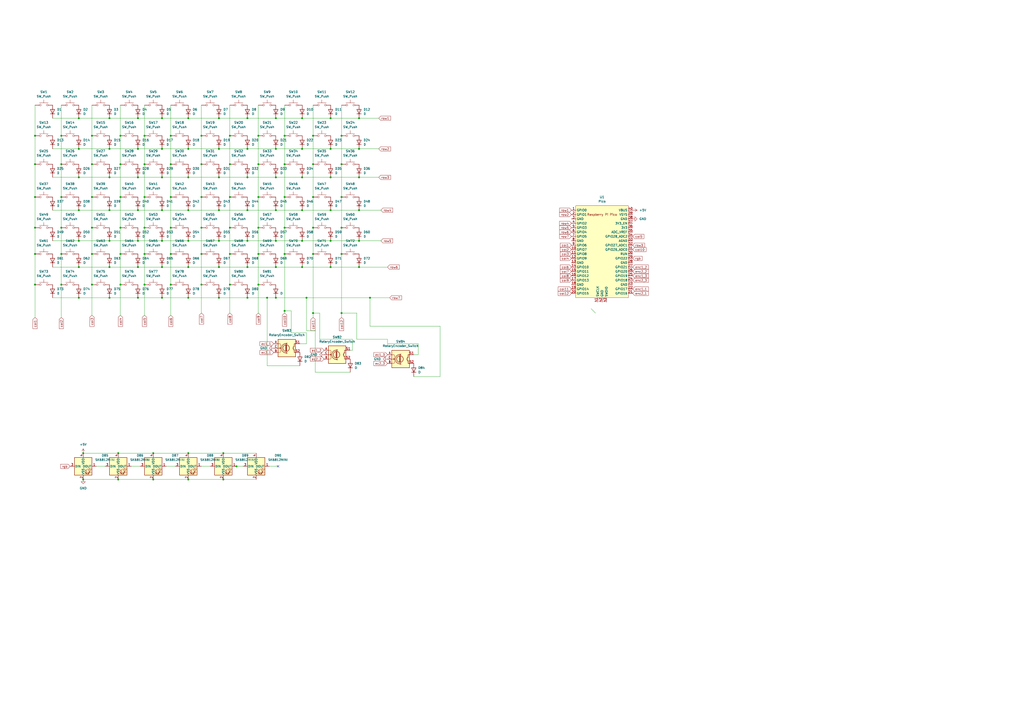
<source format=kicad_sch>
(kicad_sch (version 20250114) (generator "eeschema") (generator_version "9.0")
  (paper "A2")
  (junction (at 68.58 262.89))
  (junction (at 53.34 132.08))
  (junction (at 149.86 78.74))
  (junction (at 137.16 270.51))
  (junction (at 63.5 86.36))
  (junction (at 175.26 154.94))
  (junction (at 149.86 147.32))
  (junction (at 116.84 147.32))
  (junction (at 80.01 86.36))
  (junction (at 69.85 147.32))
  (junction (at 198.12 95.25))
  (junction (at 109.22 68.58))
  (junction (at 35.56 114.3))
  (junction (at 80.01 139.7))
  (junction (at 160.02 121.92))
  (junction (at 35.56 78.74))
  (junction (at 35.56 165.1))
  (junction (at 133.35 147.32))
  (junction (at 127 102.87))
  (junction (at 181.61 95.25))
  (junction (at 45.72 121.92))
  (junction (at 143.51 68.58))
  (junction (at 69.85 114.3))
  (junction (at 20.32 132.08))
  (junction (at 127 154.94))
  (junction (at 191.77 121.92))
  (junction (at 165.1 114.3))
  (junction (at 181.61 78.74))
  (junction (at 53.34 78.74))
  (junction (at 93.98 121.92))
  (junction (at 160.02 154.94))
  (junction (at 143.51 154.94))
  (junction (at 53.34 165.1))
  (junction (at 191.77 68.58))
  (junction (at 208.28 86.36))
  (junction (at 143.51 102.87))
  (junction (at 69.85 95.25))
  (junction (at 208.28 102.87))
  (junction (at 53.34 147.32))
  (junction (at 165.1 78.74))
  (junction (at 160.02 172.72))
  (junction (at 214.63 172.72))
  (junction (at 109.22 139.7))
  (junction (at 20.32 95.25))
  (junction (at 160.02 68.58))
  (junction (at 165.1 132.08))
  (junction (at 143.51 172.72))
  (junction (at 93.98 102.87))
  (junction (at 80.01 172.72))
  (junction (at 133.35 95.25))
  (junction (at 20.32 147.32))
  (junction (at 181.61 132.08))
  (junction (at 99.06 165.1))
  (junction (at 63.5 139.7))
  (junction (at 93.98 139.7))
  (junction (at 63.5 172.72))
  (junction (at 45.72 154.94))
  (junction (at 198.12 132.08))
  (junction (at 149.86 165.1))
  (junction (at 191.77 86.36))
  (junction (at 116.84 132.08))
  (junction (at 175.26 86.36))
  (junction (at 45.72 102.87))
  (junction (at 93.98 86.36))
  (junction (at 20.32 165.1))
  (junction (at 99.06 132.08))
  (junction (at 116.84 78.74))
  (junction (at 191.77 139.7))
  (junction (at 80.01 154.94))
  (junction (at 181.61 114.3))
  (junction (at 181.61 147.32))
  (junction (at 208.28 154.94))
  (junction (at 208.28 139.7))
  (junction (at 80.01 102.87))
  (junction (at 109.22 86.36))
  (junction (at 83.82 78.74))
  (junction (at 160.02 102.87))
  (junction (at 165.1 95.25))
  (junction (at 83.82 165.1))
  (junction (at 143.51 139.7))
  (junction (at 48.26 262.89))
  (junction (at 68.58 278.13))
  (junction (at 45.72 139.7))
  (junction (at 80.01 121.92))
  (junction (at 88.9 278.13))
  (junction (at 129.54 278.13))
  (junction (at 35.56 147.32))
  (junction (at 99.06 78.74))
  (junction (at 198.12 78.74))
  (junction (at 175.26 102.87))
  (junction (at 99.06 114.3))
  (junction (at 208.28 68.58))
  (junction (at 165.1 147.32))
  (junction (at 198.12 114.3))
  (junction (at 127 172.72))
  (junction (at 48.26 278.13))
  (junction (at 109.22 262.89))
  (junction (at 63.5 121.92))
  (junction (at 109.22 172.72))
  (junction (at 93.98 154.94))
  (junction (at 208.28 121.92))
  (junction (at 20.32 114.3))
  (junction (at 198.12 147.32))
  (junction (at 93.98 68.58))
  (junction (at 154.94 172.72))
  (junction (at 69.85 132.08))
  (junction (at 191.77 102.87))
  (junction (at 116.84 165.1))
  (junction (at 143.51 86.36))
  (junction (at 109.22 278.13))
  (junction (at 53.34 95.25))
  (junction (at 133.35 165.1))
  (junction (at 133.35 132.08))
  (junction (at 160.02 86.36))
  (junction (at 133.35 78.74))
  (junction (at 53.34 114.3))
  (junction (at 45.72 86.36))
  (junction (at 181.61 181.61))
  (junction (at 109.22 154.94))
  (junction (at 127 121.92))
  (junction (at 35.56 95.25))
  (junction (at 83.82 132.08))
  (junction (at 45.72 68.58))
  (junction (at 88.9 262.89))
  (junction (at 129.54 262.89))
  (junction (at 83.82 95.25))
  (junction (at 83.82 114.3))
  (junction (at 99.06 147.32))
  (junction (at 133.35 114.3))
  (junction (at 198.12 181.61))
  (junction (at 83.82 147.32))
  (junction (at 116.84 114.3))
  (junction (at 99.06 95.25))
  (junction (at 80.01 68.58))
  (junction (at 191.77 154.94))
  (junction (at 127 68.58))
  (junction (at 143.51 121.92))
  (junction (at 127 139.7))
  (junction (at 149.86 95.25))
  (junction (at 160.02 139.7))
  (junction (at 63.5 102.87))
  (junction (at 177.8 172.72))
  (junction (at 127 86.36))
  (junction (at 93.98 172.72))
  (junction (at 165.1 180.34))
  (junction (at 109.22 121.92))
  (junction (at 69.85 78.74))
  (junction (at 63.5 68.58))
  (junction (at 116.84 95.25))
  (junction (at 175.26 139.7))
  (junction (at 149.86 114.3))
  (junction (at 149.86 132.08))
  (junction (at 63.5 154.94))
  (junction (at 20.32 78.74))
  (junction (at 175.26 121.92))
  (junction (at 45.72 172.72))
  (junction (at 109.22 102.87))
  (junction (at 175.26 68.58))
  (junction (at 69.85 165.1))
  (junction (at 35.56 132.08))
  (no_connect (at 161.29 270.51))
  (bus_entry (at 342.9 179.07) (size 2.54 2.54))
  (wire (pts (xy 35.56 114.3) (xy 35.56 132.08)))
  (wire (pts (xy 129.54 278.13) (xy 148.59 278.13)))
  (wire (pts (xy 45.72 154.94) (xy 63.5 154.94)))
  (wire (pts (xy 53.34 165.1) (xy 53.34 182.88)))
  (wire (pts (xy 154.94 172.72) (xy 160.02 172.72)))
  (wire (pts (xy 143.51 86.36) (xy 160.02 86.36)))
  (wire (pts (xy 207.01 196.85) (xy 207.01 181.61)))
  (wire (pts (xy 116.84 270.51) (xy 121.92 270.51)))
  (wire (pts (xy 181.61 95.25) (xy 181.61 114.3)))
  (wire (pts (xy 69.85 132.08) (xy 69.85 147.32)))
  (wire (pts (xy 203.2 203.2) (xy 204.47 203.2)))
  (wire (pts (xy 53.34 147.32) (xy 53.34 165.1)))
  (wire (pts (xy 208.28 121.92) (xy 220.98 121.92)))
  (wire (pts (xy 93.98 139.7) (xy 109.22 139.7)))
  (wire (pts (xy 20.32 165.1) (xy 20.32 184.15)))
  (wire (pts (xy 99.06 165.1) (xy 99.06 182.88)))
  (wire (pts (xy 149.86 60.96) (xy 149.86 78.74)))
  (wire (pts (xy 68.58 278.13) (xy 88.9 278.13)))
  (wire (pts (xy 88.9 262.89) (xy 109.22 262.89)))
  (wire (pts (xy 208.28 68.58) (xy 219.71 68.58)))
  (wire (pts (xy 63.5 102.87) (xy 80.01 102.87)))
  (wire (pts (xy 20.32 78.74) (xy 20.32 95.25)))
  (wire (pts (xy 63.5 154.94) (xy 80.01 154.94)))
  (wire (pts (xy 175.26 139.7) (xy 191.77 139.7)))
  (wire (pts (xy 160.02 86.36) (xy 175.26 86.36)))
  (wire (pts (xy 198.12 181.61) (xy 207.01 181.61)))
  (wire (pts (xy 20.32 132.08) (xy 20.32 147.32)))
  (wire (pts (xy 177.8 172.72) (xy 214.63 172.72)))
  (wire (pts (xy 135.89 270.51) (xy 137.16 270.51)))
  (wire (pts (xy 109.22 154.94) (xy 127 154.94)))
  (wire (pts (xy 45.72 172.72) (xy 63.5 172.72)))
  (wire (pts (xy 109.22 172.72) (xy 127 172.72)))
  (wire (pts (xy 137.16 270.51) (xy 140.97 270.51)))
  (wire (pts (xy 93.98 172.72) (xy 109.22 172.72)))
  (wire (pts (xy 160.02 68.58) (xy 175.26 68.58)))
  (wire (pts (xy 116.84 95.25) (xy 116.84 114.3)))
  (wire (pts (xy 208.28 139.7) (xy 220.98 139.7)))
  (wire (pts (xy 160.02 154.94) (xy 175.26 154.94)))
  (wire (pts (xy 191.77 102.87) (xy 208.28 102.87)))
  (wire (pts (xy 149.86 78.74) (xy 149.86 95.25)))
  (wire (pts (xy 173.99 212.09) (xy 154.94 212.09)))
  (wire (pts (xy 173.99 199.39) (xy 177.8 199.39)))
  (wire (pts (xy 35.56 78.74) (xy 35.56 95.25)))
  (wire (pts (xy 198.12 78.74) (xy 198.12 95.25)))
  (wire (pts (xy 177.8 172.72) (xy 177.8 191.77)))
  (wire (pts (xy 181.61 181.61) (xy 181.61 184.15)))
  (wire (pts (xy 181.61 60.96) (xy 181.61 78.74)))
  (wire (pts (xy 165.1 78.74) (xy 165.1 95.25)))
  (wire (pts (xy 149.86 132.08) (xy 149.86 147.32)))
  (wire (pts (xy 35.56 165.1) (xy 35.56 184.15)))
  (wire (pts (xy 204.47 203.2) (xy 204.47 196.85)))
  (wire (pts (xy 133.35 78.74) (xy 133.35 95.25)))
  (wire (pts (xy 116.84 147.32) (xy 116.84 165.1)))
  (wire (pts (xy 83.82 60.96) (xy 83.82 78.74)))
  (wire (pts (xy 133.35 60.96) (xy 133.35 78.74)))
  (wire (pts (xy 208.28 102.87) (xy 219.71 102.87)))
  (wire (pts (xy 109.22 262.89) (xy 129.54 262.89)))
  (wire (pts (xy 165.1 180.34) (xy 165.1 181.61)))
  (wire (pts (xy 168.91 193.04) (xy 168.91 180.34)))
  (wire (pts (xy 191.77 154.94) (xy 208.28 154.94)))
  (wire (pts (xy 116.84 60.96) (xy 116.84 78.74)))
  (wire (pts (xy 116.84 165.1) (xy 116.84 181.61)))
  (wire (pts (xy 242.57 205.74) (xy 242.57 199.39)))
  (wire (pts (xy 127 102.87) (xy 143.51 102.87)))
  (wire (pts (xy 83.82 132.08) (xy 83.82 147.32)))
  (wire (pts (xy 191.77 121.92) (xy 208.28 121.92)))
  (wire (pts (xy 143.51 154.94) (xy 160.02 154.94)))
  (wire (pts (xy 30.48 86.36) (xy 45.72 86.36)))
  (wire (pts (xy 198.12 60.96) (xy 198.12 78.74)))
  (wire (pts (xy 165.1 60.96) (xy 165.1 78.74)))
  (wire (pts (xy 30.48 102.87) (xy 45.72 102.87)))
  (wire (pts (xy 165.1 147.32) (xy 165.1 180.34)))
  (wire (pts (xy 133.35 132.08) (xy 133.35 147.32)))
  (wire (pts (xy 80.01 86.36) (xy 93.98 86.36)))
  (wire (pts (xy 20.32 95.25) (xy 20.32 114.3)))
  (wire (pts (xy 45.72 68.58) (xy 63.5 68.58)))
  (wire (pts (xy 175.26 121.92) (xy 191.77 121.92)))
  (wire (pts (xy 93.98 68.58) (xy 109.22 68.58)))
  (wire (pts (xy 127 172.72) (xy 143.51 172.72)))
  (wire (pts (xy 191.77 68.58) (xy 208.28 68.58)))
  (wire (pts (xy 255.27 189.23) (xy 214.63 189.23)))
  (wire (pts (xy 69.85 114.3) (xy 69.85 132.08)))
  (wire (pts (xy 208.28 86.36) (xy 219.71 86.36)))
  (wire (pts (xy 83.82 147.32) (xy 83.82 165.1)))
  (wire (pts (xy 181.61 78.74) (xy 181.61 95.25)))
  (wire (pts (xy 116.84 78.74) (xy 116.84 95.25)))
  (wire (pts (xy 69.85 95.25) (xy 69.85 114.3)))
  (wire (pts (xy 80.01 139.7) (xy 93.98 139.7)))
  (wire (pts (xy 63.5 86.36) (xy 80.01 86.36)))
  (wire (pts (xy 80.01 172.72) (xy 93.98 172.72)))
  (wire (pts (xy 168.91 180.34) (xy 165.1 180.34)))
  (wire (pts (xy 160.02 102.87) (xy 175.26 102.87)))
  (wire (pts (xy 149.86 147.32) (xy 149.86 165.1)))
  (wire (pts (xy 99.06 60.96) (xy 99.06 78.74)))
  (wire (pts (xy 30.48 121.92) (xy 45.72 121.92)))
  (wire (pts (xy 93.98 102.87) (xy 109.22 102.87)))
  (wire (pts (xy 198.12 114.3) (xy 198.12 132.08)))
  (wire (pts (xy 109.22 139.7) (xy 127 139.7)))
  (wire (pts (xy 198.12 147.32) (xy 198.12 181.61)))
  (wire (pts (xy 69.85 60.96) (xy 69.85 78.74)))
  (wire (pts (xy 99.06 114.3) (xy 99.06 132.08)))
  (wire (pts (xy 45.72 121.92) (xy 63.5 121.92)))
  (wire (pts (xy 181.61 181.61) (xy 185.42 181.61)))
  (wire (pts (xy 45.72 86.36) (xy 63.5 86.36)))
  (wire (pts (xy 143.51 172.72) (xy 154.94 172.72)))
  (wire (pts (xy 35.56 132.08) (xy 35.56 147.32)))
  (wire (pts (xy 109.22 102.87) (xy 127 102.87)))
  (wire (pts (xy 149.86 165.1) (xy 149.86 181.61)))
  (wire (pts (xy 99.06 78.74) (xy 99.06 95.25)))
  (wire (pts (xy 76.2 270.51) (xy 81.28 270.51)))
  (wire (pts (xy 83.82 114.3) (xy 83.82 132.08)))
  (wire (pts (xy 165.1 114.3) (xy 165.1 132.08)))
  (wire (pts (xy 175.26 102.87) (xy 191.77 102.87)))
  (wire (pts (xy 198.12 95.25) (xy 198.12 114.3)))
  (wire (pts (xy 165.1 132.08) (xy 165.1 147.32)))
  (wire (pts (xy 99.06 147.32) (xy 99.06 165.1)))
  (wire (pts (xy 69.85 147.32) (xy 69.85 165.1)))
  (wire (pts (xy 63.5 121.92) (xy 80.01 121.92)))
  (wire (pts (xy 20.32 114.3) (xy 20.32 132.08)))
  (wire (pts (xy 116.84 132.08) (xy 116.84 147.32)))
  (wire (pts (xy 63.5 68.58) (xy 80.01 68.58)))
  (wire (pts (xy 35.56 147.32) (xy 35.56 165.1)))
  (wire (pts (xy 68.58 262.89) (xy 88.9 262.89)))
  (wire (pts (xy 55.88 270.51) (xy 60.96 270.51)))
  (wire (pts (xy 154.94 212.09) (xy 154.94 172.72)))
  (wire (pts (xy 35.56 60.96) (xy 35.56 78.74)))
  (wire (pts (xy 255.27 218.44) (xy 255.27 189.23)))
  (wire (pts (xy 214.63 172.72) (xy 214.63 189.23)))
  (wire (pts (xy 35.56 95.25) (xy 35.56 114.3)))
  (wire (pts (xy 182.88 191.77) (xy 177.8 191.77)))
  (wire (pts (xy 160.02 121.92) (xy 175.26 121.92)))
  (wire (pts (xy 109.22 278.13) (xy 129.54 278.13)))
  (wire (pts (xy 181.61 132.08) (xy 181.61 147.32)))
  (wire (pts (xy 182.88 215.9) (xy 182.88 191.77)))
  (wire (pts (xy 99.06 95.25) (xy 99.06 114.3)))
  (wire (pts (xy 133.35 147.32) (xy 133.35 165.1)))
  (wire (pts (xy 80.01 121.92) (xy 93.98 121.92)))
  (wire (pts (xy 30.48 172.72) (xy 45.72 172.72)))
  (wire (pts (xy 127 139.7) (xy 143.51 139.7)))
  (wire (pts (xy 53.34 60.96) (xy 53.34 78.74)))
  (wire (pts (xy 133.35 95.25) (xy 133.35 114.3)))
  (wire (pts (xy 133.35 114.3) (xy 133.35 132.08)))
  (wire (pts (xy 224.79 199.39) (xy 224.79 196.85)))
  (wire (pts (xy 191.77 86.36) (xy 208.28 86.36)))
  (wire (pts (xy 69.85 165.1) (xy 69.85 182.88)))
  (wire (pts (xy 208.28 154.94) (xy 224.79 154.94)))
  (wire (pts (xy 45.72 139.7) (xy 63.5 139.7)))
  (wire (pts (xy 93.98 154.94) (xy 109.22 154.94)))
  (wire (pts (xy 80.01 68.58) (xy 93.98 68.58)))
  (wire (pts (xy 240.03 218.44) (xy 255.27 218.44)))
  (wire (pts (xy 177.8 193.04) (xy 168.91 193.04)))
  (wire (pts (xy 185.42 196.85) (xy 185.42 181.61)))
  (wire (pts (xy 96.52 270.51) (xy 101.6 270.51)))
  (wire (pts (xy 127 86.36) (xy 143.51 86.36)))
  (wire (pts (xy 116.84 114.3) (xy 116.84 132.08)))
  (wire (pts (xy 53.34 114.3) (xy 53.34 132.08)))
  (wire (pts (xy 80.01 154.94) (xy 93.98 154.94)))
  (wire (pts (xy 198.12 181.61) (xy 198.12 184.15)))
  (wire (pts (xy 191.77 139.7) (xy 208.28 139.7)))
  (wire (pts (xy 224.79 196.85) (xy 207.01 196.85)))
  (wire (pts (xy 240.03 205.74) (xy 242.57 205.74)))
  (wire (pts (xy 48.26 278.13) (xy 68.58 278.13)))
  (wire (pts (xy 133.35 165.1) (xy 133.35 181.61)))
  (wire (pts (xy 127 154.94) (xy 143.51 154.94)))
  (wire (pts (xy 83.82 165.1) (xy 83.82 182.88)))
  (wire (pts (xy 143.51 139.7) (xy 160.02 139.7)))
  (wire (pts (xy 143.51 102.87) (xy 160.02 102.87)))
  (wire (pts (xy 127 121.92) (xy 143.51 121.92)))
  (wire (pts (xy 20.32 60.96) (xy 20.32 78.74)))
  (wire (pts (xy 83.82 95.25) (xy 83.82 114.3)))
  (wire (pts (xy 88.9 278.13) (xy 109.22 278.13)))
  (wire (pts (xy 109.22 121.92) (xy 127 121.92)))
  (wire (pts (xy 83.82 78.74) (xy 83.82 95.25)))
  (wire (pts (xy 149.86 114.3) (xy 149.86 132.08)))
  (wire (pts (xy 93.98 86.36) (xy 109.22 86.36)))
  (wire (pts (xy 160.02 139.7) (xy 175.26 139.7)))
  (wire (pts (xy 177.8 199.39) (xy 177.8 193.04)))
  (wire (pts (xy 30.48 154.94) (xy 45.72 154.94)))
  (wire (pts (xy 181.61 147.32) (xy 181.61 181.61)))
  (wire (pts (xy 204.47 196.85) (xy 185.42 196.85)))
  (wire (pts (xy 181.61 114.3) (xy 181.61 132.08)))
  (wire (pts (xy 53.34 132.08) (xy 53.34 147.32)))
  (wire (pts (xy 175.26 154.94) (xy 191.77 154.94)))
  (wire (pts (xy 143.51 121.92) (xy 160.02 121.92)))
  (wire (pts (xy 20.32 147.32) (xy 20.32 165.1)))
  (wire (pts (xy 156.21 270.51) (xy 161.29 270.51)))
  (wire (pts (xy 203.2 215.9) (xy 182.88 215.9)))
  (wire (pts (xy 80.01 102.87) (xy 93.98 102.87)))
  (wire (pts (xy 53.34 95.25) (xy 53.34 114.3)))
  (wire (pts (xy 109.22 86.36) (xy 127 86.36)))
  (wire (pts (xy 143.51 68.58) (xy 160.02 68.58)))
  (wire (pts (xy 175.26 86.36) (xy 191.77 86.36)))
  (wire (pts (xy 160.02 172.72) (xy 177.8 172.72)))
  (wire (pts (xy 53.34 78.74) (xy 53.34 95.25)))
  (wire (pts (xy 129.54 262.89) (xy 148.59 262.89)))
  (wire (pts (xy 99.06 132.08) (xy 99.06 147.32)))
  (wire (pts (xy 48.26 262.89) (xy 68.58 262.89)))
  (wire (pts (xy 30.48 68.58) (xy 45.72 68.58)))
  (wire (pts (xy 127 68.58) (xy 143.51 68.58)))
  (wire (pts (xy 214.63 172.72) (xy 226.06 172.72)))
  (wire (pts (xy 175.26 68.58) (xy 191.77 68.58)))
  (wire (pts (xy 109.22 68.58) (xy 127 68.58)))
  (wire (pts (xy 165.1 95.25) (xy 165.1 114.3)))
  (wire (pts (xy 63.5 172.72) (xy 80.01 172.72)))
  (wire (pts (xy 149.86 95.25) (xy 149.86 114.3)))
  (wire (pts (xy 69.85 78.74) (xy 69.85 95.25)))
  (wire (pts (xy 63.5 139.7) (xy 80.01 139.7)))
  (wire (pts (xy 198.12 132.08) (xy 198.12 147.32)))
  (wire (pts (xy 30.48 139.7) (xy 45.72 139.7)))
  (wire (pts (xy 93.98 121.92) (xy 109.22 121.92)))
  (wire (pts (xy 242.57 199.39) (xy 224.79 199.39)))
  (wire (pts (xy 45.72 102.87) (xy 63.5 102.87)))
  (global_label "col1" (shape input) (at 20.32 184.15 270) (property "Intersheetrefs" "${INTERSHEET_REFS}" (effects (hide yes))))
  (global_label "enc2_1" (shape input) (at 367.03 170.18 0) (property "Intersheetrefs" "${INTERSHEET_REFS}" (effects (hide yes))))
  (global_label "col3" (shape input) (at 53.34 182.88 270) (property "Intersheetrefs" "${INTERSHEET_REFS}" (effects (hide yes))))
  (global_label "col11" (shape input) (at 331.47 167.64 180) (property "Intersheetrefs" "${INTERSHEET_REFS}" (effects (hide yes))))
  (global_label "ec1_1" (shape input) (at 158.75 199.39 180) (property "Intersheetrefs" "${INTERSHEET_REFS}" (effects (hide yes))))
  (global_label "row5" (shape input) (at 220.98 139.7 0) (property "Intersheetrefs" "${INTERSHEET_REFS}" (effects (hide yes))))
  (global_label "row3" (shape input) (at 219.71 102.87 0) (property "Intersheetrefs" "${INTERSHEET_REFS}" (effects (hide yes))))
  (global_label "row2" (shape input) (at 331.47 124.46 180) (property "Intersheetrefs" "${INTERSHEET_REFS}" (effects (hide yes))))
  (global_label "row4" (shape input) (at 331.47 129.54 180) (property "Intersheetrefs" "${INTERSHEET_REFS}" (effects (hide yes))))
  (global_label "col1" (shape input) (at 331.47 142.24 180) (property "Intersheetrefs" "${INTERSHEET_REFS}" (effects (hide yes))))
  (global_label "enc1_2" (shape input) (at 367.03 154.94 0) (property "Intersheetrefs" "${INTERSHEET_REFS}" (effects (hide yes))))
  (global_label "row4" (shape input) (at 220.98 121.92 0) (property "Intersheetrefs" "${INTERSHEET_REFS}" (effects (hide yes))))
  (global_label "enc2_2" (shape input) (at 367.03 157.48 0) (property "Intersheetrefs" "${INTERSHEET_REFS}" (effects (hide yes))))
  (global_label "enc2_3" (shape input) (at 367.03 162.56 0) (property "Intersheetrefs" "${INTERSHEET_REFS}" (effects (hide yes))))
  (global_label "ec2_1" (shape input) (at 158.75 204.47 180) (property "Intersheetrefs" "${INTERSHEET_REFS}" (effects (hide yes))))
  (global_label "col10" (shape input) (at 367.03 144.78 0) (property "Intersheetrefs" "${INTERSHEET_REFS}" (effects (hide yes))))
  (global_label "ec2_3" (shape input) (at 224.79 210.82 180) (property "Intersheetrefs" "${INTERSHEET_REFS}" (effects (hide yes))))
  (global_label "row3" (shape input) (at 367.03 142.24 0) (property "Intersheetrefs" "${INTERSHEET_REFS}" (effects (hide yes))))
  (global_label "enc1_1" (shape input) (at 367.03 167.64 0) (property "Intersheetrefs" "${INTERSHEET_REFS}" (effects (hide yes))))
  (global_label "row5" (shape input) (at 331.47 132.08 180) (property "Intersheetrefs" "${INTERSHEET_REFS}" (effects (hide yes))))
  (global_label "row6" (shape input) (at 224.79 154.94 0) (property "Intersheetrefs" "${INTERSHEET_REFS}" (effects (hide yes))))
  (global_label "col4" (shape input) (at 331.47 149.86 180) (property "Intersheetrefs" "${INTERSHEET_REFS}" (effects (hide yes))))
  (global_label "col5" (shape input) (at 367.03 137.16 0) (property "Intersheetrefs" "${INTERSHEET_REFS}" (effects (hide yes))))
  (global_label "col6" (shape input) (at 99.06 182.88 270) (property "Intersheetrefs" "${INTERSHEET_REFS}" (effects (hide yes))))
  (global_label "col9" (shape input) (at 149.86 181.61 270) (property "Intersheetrefs" "${INTERSHEET_REFS}" (effects (hide yes))))
  (global_label "col7" (shape input) (at 116.84 181.61 270) (property "Intersheetrefs" "${INTERSHEET_REFS}" (effects (hide yes))))
  (global_label "rgb" (shape input) (at 367.03 149.86 0) (property "Intersheetrefs" "${INTERSHEET_REFS}" (effects (hide yes))))
  (global_label "col5" (shape input) (at 83.82 182.88 270) (property "Intersheetrefs" "${INTERSHEET_REFS}" (effects (hide yes))))
  (global_label "rgb" (shape input) (at 40.64 270.51 180) (property "Intersheetrefs" "${INTERSHEET_REFS}" (effects (hide yes))))
  (global_label "row1" (shape input) (at 219.71 68.58 0) (property "Intersheetrefs" "${INTERSHEET_REFS}" (effects (hide yes))))
  (global_label "col10" (shape input) (at 165.1 181.61 270) (property "Intersheetrefs" "${INTERSHEET_REFS}" (effects (hide yes))))
  (global_label "col11" (shape input) (at 181.61 184.15 270) (property "Intersheetrefs" "${INTERSHEET_REFS}" (effects (hide yes))))
  (global_label "enc1_3" (shape input) (at 367.03 160.02 0) (property "Intersheetrefs" "${INTERSHEET_REFS}" (effects (hide yes))))
  (global_label "col12" (shape input) (at 198.12 184.15 270) (property "Intersheetrefs" "${INTERSHEET_REFS}" (effects (hide yes))))
  (global_label "col7" (shape input) (at 331.47 157.48 180) (property "Intersheetrefs" "${INTERSHEET_REFS}" (effects (hide yes))))
  (global_label "row6" (shape input) (at 331.47 134.62 180) (property "Intersheetrefs" "${INTERSHEET_REFS}" (effects (hide yes))))
  (global_label "col8" (shape input) (at 331.47 160.02 180) (property "Intersheetrefs" "${INTERSHEET_REFS}" (effects (hide yes))))
  (global_label "col2" (shape input) (at 331.47 144.78 180) (property "Intersheetrefs" "${INTERSHEET_REFS}" (effects (hide yes))))
  (global_label "row7" (shape input) (at 226.06 172.72 0) (property "Intersheetrefs" "${INTERSHEET_REFS}" (effects (hide yes))))
  (global_label "col3" (shape input) (at 331.47 147.32 180) (property "Intersheetrefs" "${INTERSHEET_REFS}" (effects (hide yes))))
  (global_label "row2" (shape input) (at 219.71 86.36 0) (property "Intersheetrefs" "${INTERSHEET_REFS}" (effects (hide yes))))
  (global_label "col6" (shape input) (at 331.47 154.94 180) (property "Intersheetrefs" "${INTERSHEET_REFS}" (effects (hide yes))))
  (global_label "col2" (shape input) (at 35.56 184.15 270) (property "Intersheetrefs" "${INTERSHEET_REFS}" (effects (hide yes))))
  (global_label "ec1_3" (shape input) (at 224.79 205.74 180) (property "Intersheetrefs" "${INTERSHEET_REFS}" (effects (hide yes))))
  (global_label "ec2_2" (shape input) (at 187.96 208.28 180) (property "Intersheetrefs" "${INTERSHEET_REFS}" (effects (hide yes))))
  (global_label "row1" (shape input) (at 331.47 121.92 180) (property "Intersheetrefs" "${INTERSHEET_REFS}" (effects (hide yes))))
  (global_label "col9" (shape input) (at 331.47 162.56 180) (property "Intersheetrefs" "${INTERSHEET_REFS}" (effects (hide yes))))
  (global_label "col8" (shape input) (at 133.35 181.61 270) (property "Intersheetrefs" "${INTERSHEET_REFS}" (effects (hide yes))))
  (global_label "row7" (shape input) (at 331.47 137.16 180) (property "Intersheetrefs" "${INTERSHEET_REFS}" (effects (hide yes))))
  (global_label "col4" (shape input) (at 69.85 182.88 270) (property "Intersheetrefs" "${INTERSHEET_REFS}" (effects (hide yes))))
  (global_label "ec1_2" (shape input) (at 187.96 203.2 180) (property "Intersheetrefs" "${INTERSHEET_REFS}" (effects (hide yes))))
  (global_label "col12" (shape input) (at 331.47 170.18 180) (property "Intersheetrefs" "${INTERSHEET_REFS}" (effects (hide yes))))
  (symbol (lib_id "Switch:SW_Push") (at 203.2 95.25 0) (unit 1)
    (property "Reference" "SW36" (at 203.2 87.63 0))
    (property "Value" "SW_Push" (at 203.2 90.17 0))
    (property "Footprint" "royboard_footprints:SW_Cherry_MX_1.00u_PCB" (effects (hide yes)))
    (property "Description" "Push button switch, generic, two pins" (effects (hide yes)))
  )
  (symbol (lib_id "power:GND") (at 158.75 201.93 270) (unit 1)
    (property "Reference" "#PWR01" (effects (hide yes)))
    (property "Value" "GND" (at 154.94 201.9299 90) (effects (justify right)))
    (property "Description" "Power symbol creates a global label with name \"GND\" , ground" (effects (hide yes)))
  )
  (symbol (lib_id "Switch:SW_Push") (at 138.43 147.32 0) (unit 1)
    (property "Reference" "SW68" (at 138.43 139.7 0))
    (property "Value" "SW_Push" (at 138.43 142.24 0))
    (property "Footprint" "PCM_Switch_Keyboard_Cherry_MX:SW_Cherry_MX_PCB_1.25u" (effects (hide yes)))
    (property "Description" "Push button switch, generic, two pins" (effects (hide yes)))
  )
  (symbol (lib_id "Switch:SW_Push") (at 138.43 132.08 0) (unit 1)
    (property "Reference" "SW56" (at 138.43 124.46 0))
    (property "Value" "SW_Push" (at 138.43 127 0))
    (property "Footprint" "royboard_footprints:SW_Cherry_MX_1.00u_PCB" (effects (hide yes)))
    (property "Description" "Push button switch, generic, two pins" (effects (hide yes)))
  )
  (symbol (lib_id "Device:D") (at 45.72 64.77 90) (unit 1)
    (property "Reference" "D2" (at 48.26 63.4999 90) (effects (justify right)))
    (property "Value" "D" (at 48.26 66.0399 90) (effects (justify right)))
    (property "Footprint" "royboard_footprints:Diode_DO-35" (effects (hide yes)))
    (property "Description" "Diode" (effects (hide yes)))
    (property "Sim.Device" "D" (effects (hide yes)))
    (property "Sim.Pins" "1=K 2=A" (effects (hide yes)))
  )
  (symbol (lib_id "Device:D") (at 175.26 99.06 90) (unit 1)
    (property "Reference" "D34" (at 177.8 97.7899 90) (effects (justify right)))
    (property "Value" "D" (at 177.8 100.3299 90) (effects (justify right)))
    (property "Footprint" "royboard_footprints:Diode_DO-35" (effects (hide yes)))
    (property "Description" "Diode" (effects (hide yes)))
    (property "Sim.Device" "D" (effects (hide yes)))
    (property "Sim.Pins" "1=K 2=A" (effects (hide yes)))
  )
  (symbol (lib_id "power:GND") (at 48.26 278.13 0) (unit 1)
    (property "Reference" "#PWR06" (effects (hide yes)))
    (property "Value" "GND" (at 48.26 283.21 0))
    (property "Description" "Power symbol creates a global label with name \"GND\" , ground" (effects (hide yes)))
  )
  (symbol (lib_id "Switch:SW_Push") (at 74.93 114.3 0) (unit 1)
    (property "Reference" "SW40" (at 74.93 106.68 0))
    (property "Value" "SW_Push" (at 74.93 109.22 0))
    (property "Footprint" "royboard_footprints:SW_Cherry_MX_1.00u_PCB" (effects (hide yes)))
    (property "Description" "Push button switch, generic, two pins" (effects (hide yes)))
  )
  (symbol (lib_id "Switch:SW_Push") (at 186.69 147.32 0) (unit 1)
    (property "Reference" "SW71" (at 186.69 139.7 0))
    (property "Value" "SW_Push" (at 186.69 142.24 0))
    (property "Footprint" "PCM_Switch_Keyboard_Cherry_MX:SW_Cherry_MX_PCB_1.25u" (effects (hide yes)))
    (property "Description" "Push button switch, generic, two pins" (effects (hide yes)))
  )
  (symbol (lib_id "Device:D") (at 160.02 99.06 90) (unit 1)
    (property "Reference" "D33" (at 162.56 97.7899 90) (effects (justify right)))
    (property "Value" "D" (at 162.56 100.3299 90) (effects (justify right)))
    (property "Footprint" "royboard_footprints:Diode_DO-35" (effects (hide yes)))
    (property "Description" "Diode" (effects (hide yes)))
    (property "Sim.Device" "D" (effects (hide yes)))
    (property "Sim.Pins" "1=K 2=A" (effects (hide yes)))
  )
  (symbol (lib_id "Device:D") (at 203.2 212.09 90) (unit 1)
    (property "Reference" "D83" (at 205.74 210.8199 90) (effects (justify right)))
    (property "Value" "D" (at 205.74 213.3599 90) (effects (justify right)))
    (property "Footprint" "royboard_footprints:Diode_DO-35" (effects (hide yes)))
    (property "Description" "Diode" (effects (hide yes)))
    (property "Sim.Device" "D" (effects (hide yes)))
    (property "Sim.Pins" "1=K 2=A" (effects (hide yes)))
  )
  (symbol (lib_id "Device:D") (at 45.72 99.06 90) (unit 1)
    (property "Reference" "D26" (at 48.26 97.7899 90) (effects (justify right)))
    (property "Value" "D" (at 48.26 100.3299 90) (effects (justify right)))
    (property "Footprint" "royboard_footprints:Diode_DO-35" (effects (hide yes)))
    (property "Description" "Diode" (effects (hide yes)))
    (property "Sim.Device" "D" (effects (hide yes)))
    (property "Sim.Pins" "1=K 2=A" (effects (hide yes)))
  )
  (symbol (lib_id "Device:D") (at 208.28 64.77 90) (unit 1)
    (property "Reference" "D12" (at 210.82 63.4999 90) (effects (justify right)))
    (property "Value" "D" (at 210.82 66.0399 90) (effects (justify right)))
    (property "Footprint" "royboard_footprints:Diode_DO-35" (effects (hide yes)))
    (property "Description" "Diode" (effects (hide yes)))
    (property "Sim.Device" "D" (effects (hide yes)))
    (property "Sim.Pins" "1=K 2=A" (effects (hide yes)))
  )
  (symbol (lib_id "Switch:SW_Push") (at 58.42 78.74 0) (unit 1)
    (property "Reference" "SW15" (at 58.42 71.12 0))
    (property "Value" "SW_Push" (at 58.42 73.66 0))
    (property "Footprint" "royboard_footprints:SW_Cherry_MX_1.00u_PCB" (effects (hide yes)))
    (property "Description" "Push button switch, generic, two pins" (effects (hide yes)))
  )
  (symbol (lib_id "Device:D") (at 45.72 168.91 90) (unit 1)
    (property "Reference" "D74" (at 48.26 167.6399 90) (effects (justify right)))
    (property "Value" "D" (at 48.26 170.1799 90) (effects (justify right)))
    (property "Footprint" "royboard_footprints:Diode_DO-35" (effects (hide yes)))
    (property "Description" "Diode" (effects (hide yes)))
    (property "Sim.Device" "D" (effects (hide yes)))
    (property "Sim.Pins" "1=K 2=A" (effects (hide yes)))
  )
  (symbol (lib_id "Switch:SW_Push") (at 40.64 132.08 0) (unit 1)
    (property "Reference" "SW50" (at 40.64 124.46 0))
    (property "Value" "SW_Push" (at 40.64 127 0))
    (property "Footprint" "royboard_footprints:SW_Cherry_MX_1.00u_PCB" (effects (hide yes)))
    (property "Description" "Push button switch, generic, two pins" (effects (hide yes)))
  )
  (symbol (lib_id "Device:D") (at 208.28 151.13 90) (unit 1)
    (property "Reference" "D72" (at 210.82 149.8599 90) (effects (justify right)))
    (property "Value" "D" (at 210.82 152.3999 90) (effects (justify right)))
    (property "Footprint" "royboard_footprints:Diode_DO-35" (effects (hide yes)))
    (property "Description" "Diode" (effects (hide yes)))
    (property "Sim.Device" "D" (effects (hide yes)))
    (property "Sim.Pins" "1=K 2=A" (effects (hide yes)))
  )
  (symbol (lib_id "Switch:SW_Push") (at 121.92 147.32 0) (unit 1)
    (property "Reference" "SW67" (at 121.92 139.7 0))
    (property "Value" "SW_Push" (at 121.92 142.24 0))
    (property "Footprint" "Button_Switch_Keyboard:SW_Cherry_MX_1.25u_PCB" (effects (hide yes)))
    (property "Description" "Push button switch, generic, two pins" (effects (hide yes)))
  )
  (symbol (lib_id "Switch:SW_Push") (at 104.14 95.25 0) (unit 1)
    (property "Reference" "SW30" (at 104.14 87.63 0))
    (property "Value" "SW_Push" (at 104.14 90.17 0))
    (property "Footprint" "royboard_footprints:SW_Cherry_MX_1.00u_PCB" (effects (hide yes)))
    (property "Description" "Push button switch, generic, two pins" (effects (hide yes)))
  )
  (symbol (lib_id "Switch:SW_Push") (at 88.9 60.96 0) (unit 1)
    (property "Reference" "SW5" (at 88.9 53.34 0))
    (property "Value" "SW_Push" (at 88.9 55.88 0))
    (property "Footprint" "royboard_footprints:SW_Cherry_MX_1.00u_PCB" (effects (hide yes)))
    (property "Description" "Push button switch, generic, two pins" (effects (hide yes)))
  )
  (symbol (lib_id "Device:D") (at 191.77 64.77 90) (unit 1)
    (property "Reference" "D11" (at 194.31 63.4999 90) (effects (justify right)))
    (property "Value" "D" (at 194.31 66.0399 90) (effects (justify right)))
    (property "Footprint" "royboard_footprints:Diode_DO-35" (effects (hide yes)))
    (property "Description" "Diode" (effects (hide yes)))
    (property "Sim.Device" "D" (effects (hide yes)))
    (property "Sim.Pins" "1=K 2=A" (effects (hide yes)))
  )
  (symbol (lib_id "Switch:SW_Push") (at 58.42 95.25 0) (unit 1)
    (property "Reference" "SW27" (at 58.42 87.63 0))
    (property "Value" "SW_Push" (at 58.42 90.17 0))
    (property "Footprint" "PCM_Switch_Keyboard_Cherry_MX:SW_Cherry_MX_PCB_2.00u" (effects (hide yes)))
    (property "Description" "Push button switch, generic, two pins" (effects (hide yes)))
  )
  (symbol (lib_id "Device:D") (at 127 64.77 90) (unit 1)
    (property "Reference" "D7" (at 129.54 63.4999 90) (effects (justify right)))
    (property "Value" "D" (at 129.54 66.0399 90) (effects (justify right)))
    (property "Footprint" "royboard_footprints:Diode_DO-35" (effects (hide yes)))
    (property "Description" "Diode" (effects (hide yes)))
    (property "Sim.Device" "D" (effects (hide yes)))
    (property "Sim.Pins" "1=K 2=A" (effects (hide yes)))
  )
  (symbol (lib_id "Switch:SW_Push") (at 58.42 114.3 0) (unit 1)
    (property "Reference" "SW39" (at 58.42 106.68 0))
    (property "Value" "SW_Push" (at 58.42 109.22 0))
    (property "Footprint" "royboard_footprints:SW_Cherry_MX_1.00u_PCB" (effects (hide yes)))
    (property "Description" "Push button switch, generic, two pins" (effects (hide yes)))
  )
  (symbol (lib_id "Device:D") (at 109.22 118.11 90) (unit 1)
    (property "Reference" "D42" (at 111.76 116.8399 90) (effects (justify right)))
    (property "Value" "D" (at 111.76 119.3799 90) (effects (justify right)))
    (property "Footprint" "royboard_footprints:Diode_DO-35" (effects (hide yes)))
    (property "Description" "Diode" (effects (hide yes)))
    (property "Sim.Device" "D" (effects (hide yes)))
    (property "Sim.Pins" "1=K 2=A" (effects (hide yes)))
  )
  (symbol (lib_id "LED:SK6812MINI") (at 148.59 270.51 0) (unit 1)
    (property "Reference" "D90" (at 161.29 264.1914 0))
    (property "Value" "SK6812MINI" (at 161.29 266.7314 0))
    (property "Footprint" "royboard_footprints:LED_SK6812MINI_PLCC4_3.5x3.5mm_P1.75mm" (effects (hide yes)))
    (property "Datasheet" "https://cdn-shop.adafruit.com/product-files/2686/SK6812MINI_REV.01-1-2.pdf" (effects (hide yes)))
    (property "Description" "RGB LED with integrated controller" (effects (hide yes)))
  )
  (symbol (lib_id "Device:D") (at 80.01 64.77 90) (unit 1)
    (property "Reference" "D4" (at 82.55 63.4999 90) (effects (justify right)))
    (property "Value" "D" (at 82.55 66.0399 90) (effects (justify right)))
    (property "Footprint" "royboard_footprints:Diode_DO-35" (effects (hide yes)))
    (property "Description" "Diode" (effects (hide yes)))
    (property "Sim.Device" "D" (effects (hide yes)))
    (property "Sim.Pins" "1=K 2=A" (effects (hide yes)))
  )
  (symbol (lib_id "Switch:SW_Push") (at 74.93 78.74 0) (unit 1)
    (property "Reference" "SW16" (at 74.93 71.12 0))
    (property "Value" "SW_Push" (at 74.93 73.66 0))
    (property "Footprint" "royboard_footprints:SW_Cherry_MX_1.00u_PCB" (effects (hide yes)))
    (property "Description" "Push button switch, generic, two pins" (effects (hide yes)))
  )
  (symbol (lib_id "Device:RotaryEncoder_Switch") (at 232.41 208.28 0) (unit 1)
    (property "Reference" "SW84" (at 232.41 198.12 0))
    (property "Value" "RotaryEncoder_Switch" (at 232.41 200.66 0))
    (property "Footprint" "royboard_footprints:RotaryEncoder_Alps_EC12E-Switch_Vertical_H20mm_CircularMountingHoles" (effects (hide yes)))
    (property "Description" "Rotary encoder, dual channel, incremental quadrate outputs, with switch" (effects (hide yes)))
  )
  (symbol (lib_id "Switch:SW_Push") (at 25.4 60.96 0) (unit 1)
    (property "Reference" "SW1" (at 25.4 53.34 0))
    (property "Value" "SW_Push" (at 25.4 55.88 0))
    (property "Footprint" "royboard_footprints:SW_Cherry_MX_1.00u_PCB" (effects (hide yes)))
    (property "Description" "Push button switch, generic, two pins" (effects (hide yes)))
  )
  (symbol (lib_id "Switch:SW_Push") (at 154.94 60.96 0) (unit 1)
    (property "Reference" "SW9" (at 154.94 53.34 0))
    (property "Value" "SW_Push" (at 154.94 55.88 0))
    (property "Footprint" "royboard_footprints:SW_Cherry_MX_1.00u_PCB" (effects (hide yes)))
    (property "Description" "Push button switch, generic, two pins" (effects (hide yes)))
  )
  (symbol (lib_id "Switch:SW_Push") (at 138.43 165.1 0) (unit 1)
    (property "Reference" "SW80" (at 138.43 157.48 0))
    (property "Value" "SW_Push" (at 138.43 160.02 0))
    (property "Footprint" "royboard_footprints:SW_Cherry_MX_1.00u_PCB" (effects (hide yes)))
    (property "Description" "Push button switch, generic, two pins" (effects (hide yes)))
  )
  (symbol (lib_id "Device:D") (at 175.26 82.55 90) (unit 1)
    (property "Reference" "D22" (at 177.8 81.2799 90) (effects (justify right)))
    (property "Value" "D" (at 177.8 83.8199 90) (effects (justify right)))
    (property "Footprint" "royboard_footprints:Diode_DO-35" (effects (hide yes)))
    (property "Description" "Diode" (effects (hide yes)))
    (property "Sim.Device" "D" (effects (hide yes)))
    (property "Sim.Pins" "1=K 2=A" (effects (hide yes)))
  )
  (symbol (lib_id "Device:D") (at 80.01 99.06 90) (unit 1)
    (property "Reference" "D28" (at 82.55 97.7899 90) (effects (justify right)))
    (property "Value" "D" (at 82.55 100.3299 90) (effects (justify right)))
    (property "Footprint" "royboard_footprints:Diode_DO-35" (effects (hide yes)))
    (property "Description" "Diode" (effects (hide yes)))
    (property "Sim.Device" "D" (effects (hide yes)))
    (property "Sim.Pins" "1=K 2=A" (effects (hide yes)))
  )
  (symbol (lib_id "Switch:SW_Push") (at 154.94 78.74 0) (unit 1)
    (property "Reference" "SW21" (at 154.94 71.12 0))
    (property "Value" "SW_Push" (at 154.94 73.66 0))
    (property "Footprint" "royboard_footprints:SW_Cherry_MX_1.00u_PCB" (effects (hide yes)))
    (property "Description" "Push button switch, generic, two pins" (effects (hide yes)))
  )
  (symbol (lib_id "Switch:SW_Push") (at 74.93 132.08 0) (unit 1)
    (property "Reference" "SW52" (at 74.93 124.46 0))
    (property "Value" "SW_Push" (at 74.93 127 0))
    (property "Footprint" "royboard_footprints:SW_Cherry_MX_1.00u_PCB" (effects (hide yes)))
    (property "Description" "Push button switch, generic, two pins" (effects (hide yes)))
  )
  (symbol (lib_id "Device:D") (at 208.28 99.06 90) (unit 1)
    (property "Reference" "D36" (at 210.82 97.7899 90) (effects (justify right)))
    (property "Value" "D" (at 210.82 100.3299 90) (effects (justify right)))
    (property "Footprint" "royboard_footprints:Diode_DO-35" (effects (hide yes)))
    (property "Description" "Diode" (effects (hide yes)))
    (property "Sim.Device" "D" (effects (hide yes)))
    (property "Sim.Pins" "1=K 2=A" (effects (hide yes)))
  )
  (symbol (lib_id "Switch:SW_Push") (at 25.4 132.08 0) (unit 1)
    (property "Reference" "SW49" (at 25.4 124.46 0))
    (property "Value" "SW_Push" (at 25.4 127 0))
    (property "Footprint" "royboard_footprints:SW_Cherry_MX_1.00u_PCB" (effects (hide yes)))
    (property "Description" "Push button switch, generic, two pins" (effects (hide yes)))
  )
  (symbol (lib_id "Device:D") (at 109.22 168.91 90) (unit 1)
    (property "Reference" "D78" (at 111.76 167.6399 90) (effects (justify right)))
    (property "Value" "D" (at 111.76 170.1799 90) (effects (justify right)))
    (property "Footprint" "royboard_footprints:Diode_DO-35" (effects (hide yes)))
    (property "Description" "Diode" (effects (hide yes)))
    (property "Sim.Device" "D" (effects (hide yes)))
    (property "Sim.Pins" "1=K 2=A" (effects (hide yes)))
  )
  (symbol (lib_id "Device:D") (at 160.02 151.13 90) (unit 1)
    (property "Reference" "D69" (at 162.56 149.8599 90) (effects (justify right)))
    (property "Value" "D" (at 162.56 152.3999 90) (effects (justify right)))
    (property "Footprint" "royboard_footprints:Diode_DO-35" (effects (hide yes)))
    (property "Description" "Diode" (effects (hide yes)))
    (property "Sim.Device" "D" (effects (hide yes)))
    (property "Sim.Pins" "1=K 2=A" (effects (hide yes)))
  )
  (symbol (lib_id "Switch:SW_Push") (at 104.14 165.1 0) (unit 1)
    (property "Reference" "SW78" (at 104.14 157.48 0))
    (property "Value" "SW_Push" (at 104.14 160.02 0))
    (property "Footprint" "royboard_footprints:SW_Cherry_MX_1.00u_PCB" (effects (hide yes)))
    (property "Description" "Push button switch, generic, two pins" (effects (hide yes)))
  )
  (symbol (lib_id "Device:D") (at 63.5 118.11 90) (unit 1)
    (property "Reference" "D39" (at 66.04 116.8399 90) (effects (justify right)))
    (property "Value" "D" (at 66.04 119.3799 90) (effects (justify right)))
    (property "Footprint" "royboard_footprints:Diode_DO-35" (effects (hide yes)))
    (property "Description" "Diode" (effects (hide yes)))
    (property "Sim.Device" "D" (effects (hide yes)))
    (property "Sim.Pins" "1=K 2=A" (effects (hide yes)))
  )
  (symbol (lib_id "Switch:SW_Push") (at 104.14 60.96 0) (unit 1)
    (property "Reference" "SW6" (at 104.14 53.34 0))
    (property "Value" "SW_Push" (at 104.14 55.88 0))
    (property "Footprint" "royboard_footprints:SW_Cherry_MX_1.00u_PCB" (effects (hide yes)))
    (property "Description" "Push button switch, generic, two pins" (effects (hide yes)))
  )
  (symbol (lib_id "Device:D") (at 191.77 82.55 90) (unit 1)
    (property "Reference" "D23" (at 194.31 81.2799 90) (effects (justify right)))
    (property "Value" "D" (at 194.31 83.8199 90) (effects (justify right)))
    (property "Footprint" "royboard_footprints:Diode_DO-35" (effects (hide yes)))
    (property "Description" "Diode" (effects (hide yes)))
    (property "Sim.Device" "D" (effects (hide yes)))
    (property "Sim.Pins" "1=K 2=A" (effects (hide yes)))
  )
  (symbol (lib_id "Switch:SW_Push") (at 203.2 60.96 0) (unit 1)
    (property "Reference" "SW12" (at 203.2 53.34 0))
    (property "Value" "SW_Push" (at 203.2 55.88 0))
    (property "Footprint" "royboard_footprints:SW_Cherry_MX_1.00u_PCB" (effects (hide yes)))
    (property "Description" "Push button switch, generic, two pins" (effects (hide yes)))
  )
  (symbol (lib_id "Switch:SW_Push") (at 104.14 114.3 0) (unit 1)
    (property "Reference" "SW42" (at 104.14 106.68 0))
    (property "Value" "SW_Push" (at 104.14 109.22 0))
    (property "Footprint" "PCM_Switch_Keyboard_Cherry_MX:SW_Cherry_MX_PCB_1.75u" (effects (hide yes)))
    (property "Description" "Push button switch, generic, two pins" (effects (hide yes)))
  )
  (symbol (lib_id "Switch:SW_Push") (at 138.43 95.25 0) (unit 1)
    (property "Reference" "SW32" (at 138.43 87.63 0))
    (property "Value" "SW_Push" (at 138.43 90.17 0))
    (property "Footprint" "royboard_footprints:SW_Cherry_MX_1.00u_PCB" (effects (hide yes)))
    (property "Description" "Push button switch, generic, two pins" (effects (hide yes)))
  )
  (symbol (lib_id "Switch:SW_Push") (at 40.64 114.3 0) (unit 1)
    (property "Reference" "SW38" (at 40.64 106.68 0))
    (property "Value" "SW_Push" (at 40.64 109.22 0))
    (property "Footprint" "royboard_footprints:SW_Cherry_MX_1.00u_PCB" (effects (hide yes)))
    (property "Description" "Push button switch, generic, two pins" (effects (hide yes)))
  )
  (symbol (lib_id "Device:D") (at 63.5 151.13 90) (unit 1)
    (property "Reference" "D63" (at 66.04 149.8599 90) (effects (justify right)))
    (property "Value" "D" (at 66.04 152.3999 90) (effects (justify right)))
    (property "Footprint" "royboard_footprints:Diode_DO-35" (effects (hide yes)))
    (property "Description" "Diode" (effects (hide yes)))
    (property "Sim.Device" "D" (effects (hide yes)))
    (property "Sim.Pins" "1=K 2=A" (effects (hide yes)))
  )
  (symbol (lib_id "Device:D") (at 160.02 64.77 90) (unit 1)
    (property "Reference" "D9" (at 162.56 63.4999 90) (effects (justify right)))
    (property "Value" "D" (at 162.56 66.0399 90) (effects (justify right)))
    (property "Footprint" "royboard_footprints:Diode_DO-35" (effects (hide yes)))
    (property "Description" "Diode" (effects (hide yes)))
    (property "Sim.Device" "D" (effects (hide yes)))
    (property "Sim.Pins" "1=K 2=A" (effects (hide yes)))
  )
  (symbol (lib_id "Device:D") (at 208.28 118.11 90) (unit 1)
    (property "Reference" "D48" (at 210.82 116.8399 90) (effects (justify right)))
    (property "Value" "D" (at 210.82 119.3799 90) (effects (justify right)))
    (property "Footprint" "royboard_footprints:Diode_DO-35" (effects (hide yes)))
    (property "Description" "Diode" (effects (hide yes)))
    (property "Sim.Device" "D" (effects (hide yes)))
    (property "Sim.Pins" "1=K 2=A" (effects (hide yes)))
  )
  (symbol (lib_id "Switch:SW_Push") (at 186.69 95.25 0) (unit 1)
    (property "Reference" "SW35" (at 186.69 87.63 0))
    (property "Value" "SW_Push" (at 186.69 90.17 0))
    (property "Footprint" "royboard_footprints:SW_Cherry_MX_1.00u_PCB" (effects (hide yes)))
    (property "Description" "Push button switch, generic, two pins" (effects (hide yes)))
  )
  (symbol (lib_id "LED:SK6812MINI") (at 48.26 270.51 0) (unit 1)
    (property "Reference" "D85" (at 60.96 264.1914 0))
    (property "Value" "SK6812MINI" (at 60.96 266.7314 0))
    (property "Footprint" "royboard_footprints:LED_SK6812MINI_PLCC4_3.5x3.5mm_P1.75mm" (effects (hide yes)))
    (property "Datasheet" "https://cdn-shop.adafruit.com/product-files/2686/SK6812MINI_REV.01-1-2.pdf" (effects (hide yes)))
    (property "Description" "RGB LED with integrated controller" (effects (hide yes)))
  )
  (symbol (lib_id "Switch:SW_Push") (at 121.92 132.08 0) (unit 1)
    (property "Reference" "SW55" (at 121.92 124.46 0))
    (property "Value" "SW_Push" (at 121.92 127 0))
    (property "Footprint" "Button_Switch_Keyboard:SW_Cherry_MX_2.25u_PCB" (effects (hide yes)))
    (property "Description" "Push button switch, generic, two pins" (effects (hide yes)))
  )
  (symbol (lib_id "Device:D") (at 173.99 208.28 90) (unit 1)
    (property "Reference" "D82" (at 176.53 207.0099 90) (effects (justify right)))
    (property "Value" "D" (at 176.53 209.5499 90) (effects (justify right)))
    (property "Footprint" "royboard_footprints:Diode_DO-35" (effects (hide yes)))
    (property "Description" "Diode" (effects (hide yes)))
    (property "Sim.Device" "D" (effects (hide yes)))
    (property "Sim.Pins" "1=K 2=A" (effects (hide yes)))
  )
  (symbol (lib_id "Switch:SW_Push") (at 203.2 78.74 0) (unit 1)
    (property "Reference" "SW24" (at 203.2 71.12 0))
    (property "Value" "SW_Push" (at 203.2 73.66 0))
    (property "Footprint" "royboard_footprints:SW_Cherry_MX_1.00u_PCB" (effects (hide yes)))
    (property "Description" "Push button switch, generic, two pins" (effects (hide yes)))
  )
  (symbol (lib_id "Switch:SW_Push") (at 88.9 95.25 0) (unit 1)
    (property "Reference" "SW29" (at 88.9 87.63 0))
    (property "Value" "SW_Push" (at 88.9 90.17 0))
    (property "Footprint" "royboard_footprints:SW_Cherry_MX_1.00u_PCB" (effects (hide yes)))
    (property "Description" "Push button switch, generic, two pins" (effects (hide yes)))
  )
  (symbol (lib_id "Switch:SW_Push") (at 25.4 147.32 0) (unit 1)
    (property "Reference" "SW61" (at 25.4 139.7 0))
    (property "Value" "SW_Push" (at 25.4 142.24 0))
    (property "Footprint" "royboard_footprints:SW_Cherry_MX_1.00u_PCB" (effects (hide yes)))
    (property "Description" "Push button switch, generic, two pins" (effects (hide yes)))
  )
  (symbol (lib_id "Device:D") (at 160.02 135.89 90) (unit 1)
    (property "Reference" "D57" (at 162.56 134.6199 90) (effects (justify right)))
    (property "Value" "D" (at 162.56 137.1599 90) (effects (justify right)))
    (property "Footprint" "royboard_footprints:Diode_DO-35" (effects (hide yes)))
    (property "Description" "Diode" (effects (hide yes)))
    (property "Sim.Device" "D" (effects (hide yes)))
    (property "Sim.Pins" "1=K 2=A" (effects (hide yes)))
  )
  (symbol (lib_id "Device:D") (at 143.51 118.11 90) (unit 1)
    (property "Reference" "D44" (at 146.05 116.8399 90) (effects (justify right)))
    (property "Value" "D" (at 146.05 119.3799 90) (effects (justify right)))
    (property "Footprint" "royboard_footprints:Diode_DO-35" (effects (hide yes)))
    (property "Description" "Diode" (effects (hide yes)))
    (property "Sim.Device" "D" (effects (hide yes)))
    (property "Sim.Pins" "1=K 2=A" (effects (hide yes)))
  )
  (symbol (lib_id "Switch:SW_Push") (at 58.42 132.08 0) (unit 1)
    (property "Reference" "SW51" (at 58.42 124.46 0))
    (property "Value" "SW_Push" (at 58.42 127 0))
    (property "Footprint" "royboard_footprints:SW_Cherry_MX_1.00u_PCB" (effects (hide yes)))
    (property "Description" "Push button switch, generic, two pins" (effects (hide yes)))
  )
  (symbol (lib_id "Switch:SW_Push") (at 88.9 147.32 0) (unit 1)
    (property "Reference" "SW65" (at 88.9 139.7 0))
    (property "Value" "SW_Push" (at 88.9 142.24 0))
    (property "Footprint" "royboard_footprints:SW_Cherry_MX_1.00u_PCB" (effects (hide yes)))
    (property "Description" "Push button switch, generic, two pins" (effects (hide yes)))
  )
  (symbol (lib_id "Switch:SW_Push") (at 170.18 114.3 0) (unit 1)
    (property "Reference" "SW46" (at 170.18 106.68 0))
    (property "Value" "SW_Push" (at 170.18 109.22 0))
    (property "Footprint" "royboard_footprints:SW_Cherry_MX_1.00u_PCB" (effects (hide yes)))
    (property "Description" "Push button switch, generic, two pins" (effects (hide yes)))
  )
  (symbol (lib_id "Switch:SW_Push") (at 104.14 78.74 0) (unit 1)
    (property "Reference" "SW18" (at 104.14 71.12 0))
    (property "Value" "SW_Push" (at 104.14 73.66 0))
    (property "Footprint" "royboard_footprints:SW_Cherry_MX_1.00u_PCB" (effects (hide yes)))
    (property "Description" "Push button switch, generic, two pins" (effects (hide yes)))
  )
  (symbol (lib_id "Switch:SW_Push") (at 121.92 165.1 0) (unit 1)
    (property "Reference" "SW79" (at 121.92 157.48 0))
    (property "Value" "SW_Push" (at 121.92 160.02 0))
    (property "Footprint" "royboard_footprints:SW_Cherry_MX_1.00u_PCB" (effects (hide yes)))
    (property "Description" "Push button switch, generic, two pins" (effects (hide yes)))
  )
  (symbol (lib_id "Switch:SW_Push") (at 58.42 165.1 0) (unit 1)
    (property "Reference" "SW75" (at 58.42 157.48 0))
    (property "Value" "SW_Push" (at 58.42 160.02 0))
    (property "Footprint" "royboard_footprints:SW_Cherry_MX_1.00u_PCB" (effects (hide yes)))
    (property "Description" "Push button switch, generic, two pins" (effects (hide yes)))
  )
  (symbol (lib_id "Switch:SW_Push") (at 25.4 95.25 0) (unit 1)
    (property "Reference" "SW25" (at 25.4 87.63 0))
    (property "Value" "SW_Push" (at 25.4 90.17 0))
    (property "Footprint" "royboard_footprints:SW_Cherry_MX_1.00u_PCB" (effects (hide yes)))
    (property "Description" "Push button switch, generic, two pins" (effects (hide yes)))
  )
  (symbol (lib_id "Switch:SW_Push") (at 203.2 147.32 0) (unit 1)
    (property "Reference" "SW72" (at 203.2 139.7 0))
    (property "Value" "SW_Push" (at 203.2 142.24 0))
    (property "Footprint" "PCM_Switch_Keyboard_Cherry_MX:SW_Cherry_MX_PCB_1.25u" (effects (hide yes)))
    (property "Description" "Push button switch, generic, two pins" (effects (hide yes)))
  )
  (symbol (lib_id "Device:D") (at 80.01 118.11 90) (unit 1)
    (property "Reference" "D40" (at 82.55 116.8399 90) (effects (justify right)))
    (property "Value" "D" (at 82.55 119.3799 90) (effects (justify right)))
    (property "Footprint" "royboard_footprints:Diode_DO-35" (effects (hide yes)))
    (property "Description" "Diode" (effects (hide yes)))
    (property "Sim.Device" "D" (effects (hide yes)))
    (property "Sim.Pins" "1=K 2=A" (effects (hide yes)))
  )
  (symbol (lib_id "Device:D") (at 63.5 82.55 90) (unit 1)
    (property "Reference" "D15" (at 66.04 81.2799 90) (effects (justify right)))
    (property "Value" "D" (at 66.04 83.8199 90) (effects (justify right)))
    (property "Footprint" "royboard_footprints:Diode_DO-35" (effects (hide yes)))
    (property "Description" "Diode" (effects (hide yes)))
    (property "Sim.Device" "D" (effects (hide yes)))
    (property "Sim.Pins" "1=K 2=A" (effects (hide yes)))
  )
  (symbol (lib_id "Device:D") (at 93.98 64.77 90) (unit 1)
    (property "Reference" "D5" (at 96.52 63.4999 90) (effects (justify right)))
    (property "Value" "D" (at 96.52 66.0399 90) (effects (justify right)))
    (property "Footprint" "royboard_footprints:Diode_DO-35" (effects (hide yes)))
    (property "Description" "Diode" (effects (hide yes)))
    (property "Sim.Device" "D" (effects (hide yes)))
    (property "Sim.Pins" "1=K 2=A" (effects (hide yes)))
  )
  (symbol (lib_id "Device:D") (at 143.51 99.06 90) (unit 1)
    (property "Reference" "D32" (at 146.05 97.7899 90) (effects (justify right)))
    (property "Value" "D" (at 146.05 100.3299 90) (effects (justify right)))
    (property "Footprint" "royboard_footprints:Diode_DO-35" (effects (hide yes)))
    (property "Description" "Diode" (effects (hide yes)))
    (property "Sim.Device" "D" (effects (hide yes)))
    (property "Sim.Pins" "1=K 2=A" (effects (hide yes)))
  )
  (symbol (lib_id "Switch:SW_Push") (at 138.43 78.74 0) (unit 1)
    (property "Reference" "SW20" (at 138.43 71.12 0))
    (property "Value" "SW_Push" (at 138.43 73.66 0))
    (property "Footprint" "royboard_footprints:SW_Cherry_MX_1.00u_PCB" (effects (hide yes)))
    (property "Description" "Push button switch, generic, two pins" (effects (hide yes)))
  )
  (symbol (lib_id "Device:D") (at 175.26 118.11 90) (unit 1)
    (property "Reference" "D46" (at 177.8 116.8399 90) (effects (justify right)))
    (property "Value" "D" (at 177.8 119.3799 90) (effects (justify right)))
    (property "Footprint" "royboard_footprints:Diode_DO-35" (effects (hide yes)))
    (property "Description" "Diode" (effects (hide yes)))
    (property "Sim.Device" "D" (effects (hide yes)))
    (property "Sim.Pins" "1=K 2=A" (effects (hide yes)))
  )
  (symbol (lib_id "Device:D") (at 30.48 135.89 90) (unit 1)
    (property "Reference" "D49" (at 33.02 134.6199 90) (effects (justify right)))
    (property "Value" "D" (at 33.02 137.1599 90) (effects (justify right)))
    (property "Footprint" "royboard_footprints:Diode_DO-35" (effects (hide yes)))
    (property "Description" "Diode" (effects (hide yes)))
    (property "Sim.Device" "D" (effects (hide yes)))
    (property "Sim.Pins" "1=K 2=A" (effects (hide yes)))
  )
  (symbol (lib_id "Device:D") (at 143.51 64.77 90) (unit 1)
    (property "Reference" "D8" (at 146.05 63.4999 90) (effects (justify right)))
    (property "Value" "D" (at 146.05 66.0399 90) (effects (justify right)))
    (property "Footprint" "royboard_footprints:Diode_DO-35" (effects (hide yes)))
    (property "Description" "Diode" (effects (hide yes)))
    (property "Sim.Device" "D" (effects (hide yes)))
    (property "Sim.Pins" "1=K 2=A" (effects (hide yes)))
  )
  (symbol (lib_id "Device:D") (at 127 99.06 90) (unit 1)
    (property "Reference" "D31" (at 129.54 97.7899 90) (effects (justify right)))
    (property "Value" "D" (at 129.54 100.3299 90) (effects (justify right)))
    (property "Footprint" "royboard_footprints:Diode_DO-35" (effects (hide yes)))
    (property "Description" "Diode" (effects (hide yes)))
    (property "Sim.Device" "D" (effects (hide yes)))
    (property "Sim.Pins" "1=K 2=A" (effects (hide yes)))
  )
  (symbol (lib_id "LED:SK6812MINI") (at 88.9 270.51 0) (unit 1)
    (property "Reference" "D87" (at 101.6 264.1914 0))
    (property "Value" "SK6812MINI" (at 101.6 266.7314 0))
    (property "Footprint" "royboard_footprints:LED_SK6812MINI_PLCC4_3.5x3.5mm_P1.75mm" (effects (hide yes)))
    (property "Datasheet" "https://cdn-shop.adafruit.com/product-files/2686/SK6812MINI_REV.01-1-2.pdf" (effects (hide yes)))
    (property "Description" "RGB LED with integrated controller" (effects (hide yes)))
  )
  (symbol (lib_id "LED:SK6812MINI") (at 68.58 270.51 0) (unit 1)
    (property "Reference" "D86" (at 81.28 264.1914 0))
    (property "Value" "SK6812MINI" (at 81.28 266.7314 0))
    (property "Footprint" "royboard_footprints:LED_SK6812MINI_PLCC4_3.5x3.5mm_P1.75mm" (effects (hide yes)))
    (property "Datasheet" "https://cdn-shop.adafruit.com/product-files/2686/SK6812MINI_REV.01-1-2.pdf" (effects (hide yes)))
    (property "Description" "RGB LED with integrated controller" (effects (hide yes)))
  )
  (symbol (lib_id "Device:D") (at 109.22 99.06 90) (unit 1)
    (property "Reference" "D30" (at 111.76 97.7899 90) (effects (justify right)))
    (property "Value" "D" (at 111.76 100.3299 90) (effects (justify right)))
    (property "Footprint" "royboard_footprints:Diode_DO-35" (effects (hide yes)))
    (property "Description" "Diode" (effects (hide yes)))
    (property "Sim.Device" "D" (effects (hide yes)))
    (property "Sim.Pins" "1=K 2=A" (effects (hide yes)))
  )
  (symbol (lib_id "power:GND") (at 224.79 208.28 270) (unit 1)
    (property "Reference" "#PWR03" (effects (hide yes)))
    (property "Value" "GND" (at 220.98 208.2799 90) (effects (justify right)))
    (property "Description" "Power symbol creates a global label with name \"GND\" , ground" (effects (hide yes)))
  )
  (symbol (lib_id "Device:D") (at 45.72 118.11 90) (unit 1)
    (property "Reference" "D38" (at 48.26 116.8399 90) (effects (justify right)))
    (property "Value" "D" (at 48.26 119.3799 90) (effects (justify right)))
    (property "Footprint" "royboard_footprints:Diode_DO-35" (effects (hide yes)))
    (property "Description" "Diode" (effects (hide yes)))
    (property "Sim.Device" "D" (effects (hide yes)))
    (property "Sim.Pins" "1=K 2=A" (effects (hide yes)))
  )
  (symbol (lib_id "Switch:SW_Push") (at 186.69 132.08 0) (unit 1)
    (property "Reference" "SW59" (at 186.69 124.46 0))
    (property "Value" "SW_Push" (at 186.69 127 0))
    (property "Footprint" "royboard_footprints:SW_Cherry_MX_1.00u_PCB" (effects (hide yes)))
    (property "Description" "Push button switch, generic, two pins" (effects (hide yes)))
  )
  (symbol (lib_id "Switch:SW_Push") (at 88.9 132.08 0) (unit 1)
    (property "Reference" "SW53" (at 88.9 124.46 0))
    (property "Value" "SW_Push" (at 88.9 127 0))
    (property "Footprint" "royboard_footprints:SW_Cherry_MX_1.00u_PCB" (effects (hide yes)))
    (property "Description" "Push button switch, generic, two pins" (effects (hide yes)))
  )
  (symbol (lib_id "Device:D") (at 175.26 64.77 90) (unit 1)
    (property "Reference" "D10" (at 177.8 63.4999 90) (effects (justify right)))
    (property "Value" "D" (at 177.8 66.0399 90) (effects (justify right)))
    (property "Footprint" "royboard_footprints:Diode_DO-35" (effects (hide yes)))
    (property "Description" "Diode" (effects (hide yes)))
    (property "Sim.Device" "D" (effects (hide yes)))
    (property "Sim.Pins" "1=K 2=A" (effects (hide yes)))
  )
  (symbol (lib_id "Switch:SW_Push") (at 74.93 60.96 0) (unit 1)
    (property "Reference" "SW4" (at 74.93 53.34 0))
    (property "Value" "SW_Push" (at 74.93 55.88 0))
    (property "Footprint" "royboard_footprints:SW_Cherry_MX_1.00u_PCB" (effects (hide yes)))
    (property "Description" "Push button switch, generic, two pins" (effects (hide yes)))
  )
  (symbol (lib_id "Switch:SW_Push") (at 186.69 60.96 0) (unit 1)
    (property "Reference" "SW11" (at 186.69 53.34 0))
    (property "Value" "SW_Push" (at 186.69 55.88 0))
    (property "Footprint" "royboard_footprints:SW_Cherry_MX_1.00u_PCB" (effects (hide yes)))
    (property "Description" "Push button switch, generic, two pins" (effects (hide yes)))
  )
  (symbol (lib_id "Device:D") (at 109.22 135.89 90) (unit 1)
    (property "Reference" "D54" (at 111.76 134.6199 90) (effects (justify right)))
    (property "Value" "D" (at 111.76 137.1599 90) (effects (justify right)))
    (property "Footprint" "royboard_footprints:Diode_DO-35" (effects (hide yes)))
    (property "Description" "Diode" (effects (hide yes)))
    (property "Sim.Device" "D" (effects (hide yes)))
    (property "Sim.Pins" "1=K 2=A" (effects (hide yes)))
  )
  (symbol (lib_id "Switch:SW_Push") (at 40.64 60.96 0) (unit 1)
    (property "Reference" "SW2" (at 40.64 53.34 0))
    (property "Value" "SW_Push" (at 40.64 55.88 0))
    (property "Footprint" "royboard_footprints:SW_Cherry_MX_1.00u_PCB" (effects (hide yes)))
    (property "Description" "Push button switch, generic, two pins" (effects (hide yes)))
  )
  (symbol (lib_id "Device:D") (at 30.48 168.91 90) (unit 1)
    (property "Reference" "D73" (at 33.02 167.6399 90) (effects (justify right)))
    (property "Value" "D" (at 33.02 170.1799 90) (effects (justify right)))
    (property "Footprint" "royboard_footprints:Diode_DO-35" (effects (hide yes)))
    (property "Description" "Diode" (effects (hide yes)))
    (property "Sim.Device" "D" (effects (hide yes)))
    (property "Sim.Pins" "1=K 2=A" (effects (hide yes)))
  )
  (symbol (lib_id "Device:D") (at 160.02 168.91 90) (unit 1)
    (property "Reference" "D81" (effects (hide yes)))
    (property "Value" "D" (at 162.56 170.1799 90) (effects (justify right)))
    (property "Footprint" "royboard_footprints:Diode_DO-35" (effects (hide yes)))
    (property "Description" "Diode" (effects (hide yes)))
    (property "Sim.Device" "D" (effects (hide yes)))
    (property "Sim.Pins" "1=K 2=A" (effects (hide yes)))
  )
  (symbol (lib_id "Switch:SW_Push") (at 154.94 95.25 0) (unit 1)
    (property "Reference" "SW33" (at 154.94 87.63 0))
    (property "Value" "SW_Push" (at 154.94 90.17 0))
    (property "Footprint" "royboard_footprints:SW_Cherry_MX_1.00u_PCB" (effects (hide yes)))
    (property "Description" "Push button switch, generic, two pins" (effects (hide yes)))
  )
  (symbol (lib_id "Device:D") (at 45.72 151.13 90) (unit 1)
    (property "Reference" "D62" (at 48.26 149.8599 90) (effects (justify right)))
    (property "Value" "D" (at 48.26 152.3999 90) (effects (justify right)))
    (property "Footprint" "royboard_footprints:Diode_DO-35" (effects (hide yes)))
    (property "Description" "Diode" (effects (hide yes)))
    (property "Sim.Device" "D" (effects (hide yes)))
    (property "Sim.Pins" "1=K 2=A" (effects (hide yes)))
  )
  (symbol (lib_id "Switch:SW_Push") (at 25.4 114.3 0) (unit 1)
    (property "Reference" "SW37" (at 25.4 106.68 0))
    (property "Value" "SW_Push" (at 25.4 109.22 0))
    (property "Footprint" "royboard_footprints:SW_Cherry_MX_1.00u_PCB" (effects (hide yes)))
    (property "Description" "Push button switch, generic, two pins" (effects (hide yes)))
  )
  (symbol (lib_id "Device:D") (at 93.98 99.06 90) (unit 1)
    (property "Reference" "D29" (at 96.52 97.7899 90) (effects (justify right)))
    (property "Value" "D" (at 96.52 100.3299 90) (effects (justify right)))
    (property "Footprint" "royboard_footprints:Diode_DO-35" (effects (hide yes)))
    (property "Description" "Diode" (effects (hide yes)))
    (property "Sim.Device" "D" (effects (hide yes)))
    (property "Sim.Pins" "1=K 2=A" (effects (hide yes)))
  )
  (symbol (lib_id "Switch:SW_Push") (at 104.14 132.08 0) (unit 1)
    (property "Reference" "SW54" (at 104.14 124.46 0))
    (property "Value" "SW_Push" (at 104.14 127 0))
    (property "Footprint" "Button_Switch_Keyboard:SW_Cherry_MX_2.25u_PCB" (effects (hide yes)))
    (property "Description" "Push button switch, generic, two pins" (effects (hide yes)))
  )
  (symbol (lib_id "Switch:SW_Push") (at 121.92 60.96 0) (unit 1)
    (property "Reference" "SW7" (at 121.92 53.34 0))
    (property "Value" "SW_Push" (at 121.92 55.88 0))
    (property "Footprint" "royboard_footprints:SW_Cherry_MX_1.00u_PCB" (effects (hide yes)))
    (property "Description" "Push button switch, generic, two pins" (effects (hide yes)))
  )
  (symbol (lib_id "Device:RotaryEncoder_Switch") (at 166.37 201.93 0) (unit 1)
    (property "Reference" "SW83" (at 166.37 191.77 0))
    (property "Value" "RotaryEncoder_Switch" (at 166.37 194.31 0))
    (property "Footprint" "royboard_footprints:RotaryEncoder_Alps_EC12E-Switch_Vertical_H20mm_CircularMountingHoles" (effects (hide yes)))
    (property "Description" "Rotary encoder, dual channel, incremental quadrate outputs, with switch" (effects (hide yes)))
  )
  (symbol (lib_id "Device:D") (at 93.98 82.55 90) (unit 1)
    (property "Reference" "D17" (at 96.52 81.2799 90) (effects (justify right)))
    (property "Value" "D" (at 96.52 83.8199 90) (effects (justify right)))
    (property "Footprint" "royboard_footprints:Diode_DO-35" (effects (hide yes)))
    (property "Description" "Diode" (effects (hide yes)))
    (property "Sim.Device" "D" (effects (hide yes)))
    (property "Sim.Pins" "1=K 2=A" (effects (hide yes)))
  )
  (symbol (lib_id "Device:D") (at 30.48 151.13 90) (unit 1)
    (property "Reference" "D61" (at 33.02 149.8599 90) (effects (justify right)))
    (property "Value" "D" (at 33.02 152.3999 90) (effects (justify right)))
    (property "Footprint" "royboard_footprints:Diode_DO-35" (effects (hide yes)))
    (property "Description" "Diode" (effects (hide yes)))
    (property "Sim.Device" "D" (effects (hide yes)))
    (property "Sim.Pins" "1=K 2=A" (effects (hide yes)))
  )
  (symbol (lib_id "Switch:SW_Push") (at 40.64 78.74 0) (unit 1)
    (property "Reference" "SW14" (at 40.64 71.12 0))
    (property "Value" "SW_Push" (at 40.64 73.66 0))
    (property "Footprint" "royboard_footprints:SW_Cherry_MX_1.00u_PCB" (effects (hide yes)))
    (property "Description" "Push button switch, generic, two pins" (effects (hide yes)))
  )
  (symbol (lib_id "Device:D") (at 30.48 82.55 90) (unit 1)
    (property "Reference" "D13" (at 33.02 81.2799 90) (effects (justify right)))
    (property "Value" "D" (at 33.02 83.8199 90) (effects (justify right)))
    (property "Footprint" "royboard_footprints:Diode_DO-35" (effects (hide yes)))
    (property "Description" "Diode" (effects (hide yes)))
    (property "Sim.Device" "D" (effects (hide yes)))
    (property "Sim.Pins" "1=K 2=A" (effects (hide yes)))
  )
  (symbol (lib_id "Device:D") (at 63.5 99.06 90) (unit 1)
    (property "Reference" "D27" (at 66.04 97.7899 90) (effects (justify right)))
    (property "Value" "D" (at 66.04 100.3299 90) (effects (justify right)))
    (property "Footprint" "royboard_footprints:Diode_DO-35" (effects (hide yes)))
    (property "Description" "Diode" (effects (hide yes)))
    (property "Sim.Device" "D" (effects (hide yes)))
    (property "Sim.Pins" "1=K 2=A" (effects (hide yes)))
  )
  (symbol (lib_id "Switch:SW_Push") (at 88.9 78.74 0) (unit 1)
    (property "Reference" "SW17" (at 88.9 71.12 0))
    (property "Value" "SW_Push" (at 88.9 73.66 0))
    (property "Footprint" "royboard_footprints:SW_Cherry_MX_1.00u_PCB" (effects (hide yes)))
    (property "Description" "Push button switch, generic, two pins" (effects (hide yes)))
  )
  (symbol (lib_id "Switch:SW_Push") (at 104.14 147.32 0) (unit 1)
    (property "Reference" "SW66" (at 104.14 139.7 0))
    (property "Value" "SW_Push" (at 104.14 142.24 0))
    (property "Footprint" "Button_Switch_Keyboard:SW_Cherry_MX_2.75u_PCB" (effects (hide yes)))
    (property "Description" "Push button switch, generic, two pins" (effects (hide yes)))
  )
  (symbol (lib_id "Switch:SW_Push") (at 203.2 114.3 0) (unit 1)
    (property "Reference" "SW48" (at 203.2 106.68 0))
    (property "Value" "SW_Push" (at 203.2 109.22 0))
    (property "Footprint" "royboard_footprints:SW_Cherry_MX_1.00u_PCB" (effects (hide yes)))
    (property "Description" "Push button switch, generic, two pins" (effects (hide yes)))
  )
  (symbol (lib_id "Device:D") (at 80.01 168.91 90) (unit 1)
    (property "Reference" "D76" (at 82.55 167.6399 90) (effects (justify right)))
    (property "Value" "D" (at 82.55 170.1799 90) (effects (justify right)))
    (property "Footprint" "royboard_footprints:Diode_DO-35" (effects (hide yes)))
    (property "Description" "Diode" (effects (hide yes)))
    (property "Sim.Device" "D" (effects (hide yes)))
    (property "Sim.Pins" "1=K 2=A" (effects (hide yes)))
  )
  (symbol (lib_id "Device:D") (at 191.77 118.11 90) (unit 1)
    (property "Reference" "D47" (at 194.31 116.8399 90) (effects (justify right)))
    (property "Value" "D" (at 194.31 119.3799 90) (effects (justify right)))
    (property "Footprint" "royboard_footprints:Diode_DO-35" (effects (hide yes)))
    (property "Description" "Diode" (effects (hide yes)))
    (property "Sim.Device" "D" (effects (hide yes)))
    (property "Sim.Pins" "1=K 2=A" (effects (hide yes)))
  )
  (symbol (lib_id "Device:D") (at 208.28 82.55 90) (unit 1)
    (property "Reference" "D24" (at 210.82 81.2799 90) (effects (justify right)))
    (property "Value" "D" (at 210.82 83.8199 90) (effects (justify right)))
    (property "Footprint" "royboard_footprints:Diode_DO-35" (effects (hide yes)))
    (property "Description" "Diode" (effects (hide yes)))
    (property "Sim.Device" "D" (effects (hide yes)))
    (property "Sim.Pins" "1=K 2=A" (effects (hide yes)))
  )
  (symbol (lib_id "Device:D") (at 109.22 82.55 90) (unit 1)
    (property "Reference" "D18" (at 111.76 81.2799 90) (effects (justify right)))
    (property "Value" "D" (at 111.76 83.8199 90) (effects (justify right)))
    (property "Footprint" "royboard_footprints:Diode_DO-35" (effects (hide yes)))
    (property "Description" "Diode" (effects (hide yes)))
    (property "Sim.Device" "D" (effects (hide yes)))
    (property "Sim.Pins" "1=K 2=A" (effects (hide yes)))
  )
  (symbol (lib_id "Device:D") (at 93.98 168.91 90) (unit 1)
    (property "Reference" "D77" (at 96.52 167.6399 90) (effects (justify right)))
    (property "Value" "D" (at 96.52 170.1799 90) (effects (justify right)))
    (property "Footprint" "royboard_footprints:Diode_DO-35" (effects (hide yes)))
    (property "Description" "Diode" (effects (hide yes)))
    (property "Sim.Device" "D" (effects (hide yes)))
    (property "Sim.Pins" "1=K 2=A" (effects (hide yes)))
  )
  (symbol (lib_id "Device:D") (at 30.48 99.06 90) (unit 1)
    (property "Reference" "D25" (at 33.02 97.7899 90) (effects (justify right)))
    (property "Value" "D" (at 33.02 100.3299 90) (effects (justify right)))
    (property "Footprint" "royboard_footprints:Diode_DO-35" (effects (hide yes)))
    (property "Description" "Diode" (effects (hide yes)))
    (property "Sim.Device" "D" (effects (hide yes)))
    (property "Sim.Pins" "1=K 2=A" (effects (hide yes)))
  )
  (symbol (lib_id "Device:RotaryEncoder_Switch") (at 195.58 205.74 0) (unit 1)
    (property "Reference" "SW82" (at 195.58 195.58 0))
    (property "Value" "RotaryEncoder_Switch" (at 195.58 198.12 0))
    (property "Footprint" "royboard_footprints:RotaryEncoder_Alps_EC12E-Switch_Vertical_H20mm_CircularMountingHoles" (effects (hide yes)))
    (property "Description" "Rotary encoder, dual channel, incremental quadrate outputs, with switch" (effects (hide yes)))
  )
  (symbol (lib_id "Device:D") (at 63.5 64.77 90) (unit 1)
    (property "Reference" "D3" (at 66.04 63.4999 90) (effects (justify right)))
    (property "Value" "D" (at 66.04 66.0399 90) (effects (justify right)))
    (property "Footprint" "royboard_footprints:Diode_DO-35" (effects (hide yes)))
    (property "Description" "Diode" (effects (hide yes)))
    (property "Sim.Device" "D" (effects (hide yes)))
    (property "Sim.Pins" "1=K 2=A" (effects (hide yes)))
  )
  (symbol (lib_id "Device:D") (at 109.22 64.77 90) (unit 1)
    (property "Reference" "D6" (at 111.76 63.4999 90) (effects (justify right)))
    (property "Value" "D" (at 111.76 66.0399 90) (effects (justify right)))
    (property "Footprint" "royboard_footprints:Diode_DO-35" (effects (hide yes)))
    (property "Description" "Diode" (effects (hide yes)))
    (property "Sim.Device" "D" (effects (hide yes)))
    (property "Sim.Pins" "1=K 2=A" (effects (hide yes)))
  )
  (symbol (lib_id "Device:D") (at 175.26 135.89 90) (unit 1)
    (property "Reference" "D58" (at 177.8 134.6199 90) (effects (justify right)))
    (property "Value" "D" (at 177.8 137.1599 90) (effects (justify right)))
    (property "Footprint" "royboard_footprints:Diode_DO-35" (effects (hide yes)))
    (property "Description" "Diode" (effects (hide yes)))
    (property "Sim.Device" "D" (effects (hide yes)))
    (property "Sim.Pins" "1=K 2=A" (effects (hide yes)))
  )
  (symbol (lib_id "Device:D") (at 127 168.91 90) (unit 1)
    (property "Reference" "D79" (at 129.54 167.6399 90) (effects (justify right)))
    (property "Value" "D" (at 129.54 170.1799 90) (effects (justify right)))
    (property "Footprint" "royboard_footprints:Diode_DO-35" (effects (hide yes)))
    (property "Description" "Diode" (effects (hide yes)))
    (property "Sim.Device" "D" (effects (hide yes)))
    (property "Sim.Pins" "1=K 2=A" (effects (hide yes)))
  )
  (symbol (lib_id "Device:D") (at 191.77 135.89 90) (unit 1)
    (property "Reference" "D59" (at 194.31 134.6199 90) (effects (justify right)))
    (property "Value" "D" (at 194.31 137.1599 90) (effects (justify right)))
    (property "Footprint" "royboard_footprints:Diode_DO-35" (effects (hide yes)))
    (property "Description" "Diode" (effects (hide yes)))
    (property "Sim.Device" "D" (effects (hide yes)))
    (property "Sim.Pins" "1=K 2=A" (effects (hide yes)))
  )
  (symbol (lib_id "Switch:SW_Push") (at 154.94 132.08 0) (unit 1)
    (property "Reference" "SW57" (at 154.94 124.46 0))
    (property "Value" "SW_Push" (at 154.94 127 0))
    (property "Footprint" "royboard_footprints:SW_Cherry_MX_1.00u_PCB" (effects (hide yes)))
    (property "Description" "Push button switch, generic, two pins" (effects (hide yes)))
  )
  (symbol (lib_id "Device:D") (at 143.51 151.13 90) (unit 1)
    (property "Reference" "D68" (at 146.05 149.8599 90) (effects (justify right)))
    (property "Value" "D" (at 146.05 152.3999 90) (effects (justify right)))
    (property "Footprint" "royboard_footprints:Diode_DO-35" (effects (hide yes)))
    (property "Description" "Diode" (effects (hide yes)))
    (property "Sim.Device" "D" (effects (hide yes)))
    (property "Sim.Pins" "1=K 2=A" (effects (hide yes)))
  )
  (symbol (lib_id "power:+5V") (at 48.26 262.89 0) (unit 1)
    (property "Reference" "#PWR07" (effects (hide yes)))
    (property "Value" "+5V" (at 48.26 257.81 0))
    (property "Description" "Power symbol creates a global label with name \"+5V\"" (effects (hide yes)))
  )
  (symbol (lib_id "Device:D") (at 240.03 214.63 90) (unit 1)
    (property "Reference" "D84" (at 242.57 213.3599 90) (effects (justify right)))
    (property "Value" "D" (at 242.57 215.8999 90) (effects (justify right)))
    (property "Footprint" "royboard_footprints:Diode_DO-35" (effects (hide yes)))
    (property "Description" "Diode" (effects (hide yes)))
    (property "Sim.Device" "D" (effects (hide yes)))
    (property "Sim.Pins" "1=K 2=A" (effects (hide yes)))
  )
  (symbol (lib_id "Switch:SW_Push") (at 154.94 165.1 0) (unit 1)
    (property "Reference" "SW81" (at 154.94 157.48 0))
    (property "Value" "SW_Push" (at 154.94 160.02 0))
    (property "Footprint" "royboard_footprints:SW_Cherry_MX_1.00u_PCB" (effects (hide yes)))
    (property "Description" "Push button switch, generic, two pins" (effects (hide yes)))
  )
  (symbol (lib_id "LED:SK6812MINI") (at 129.54 270.51 0) (unit 1)
    (property "Reference" "D89" (at 142.24 264.1914 0))
    (property "Value" "SK6812MINI" (at 142.24 266.7314 0))
    (property "Footprint" "royboard_footprints:LED_SK6812MINI_PLCC4_3.5x3.5mm_P1.75mm" (effects (hide yes)))
    (property "Datasheet" "https://cdn-shop.adafruit.com/product-files/2686/SK6812MINI_REV.01-1-2.pdf" (effects (hide yes)))
    (property "Description" "RGB LED with integrated controller" (effects (hide yes)))
  )
  (symbol (lib_id "Switch:SW_Push") (at 25.4 165.1 0) (unit 1)
    (property "Reference" "SW73" (at 25.4 157.48 0))
    (property "Value" "SW_Push" (at 25.4 160.02 0))
    (property "Footprint" "PCM_Switch_Keyboard_Cherry_MX:SW_Cherry_MX_PCB_1.25u" (effects (hide yes)))
    (property "Description" "Push button switch, generic, two pins" (effects (hide yes)))
  )
  (symbol (lib_id "Device:D") (at 175.26 151.13 90) (unit 1)
    (property "Reference" "D70" (at 177.8 149.8599 90) (effects (justify right)))
    (property "Value" "D" (at 177.8 152.3999 90) (effects (justify right)))
    (property "Footprint" "royboard_footprints:Diode_DO-35" (effects (hide yes)))
    (property "Description" "Diode" (effects (hide yes)))
    (property "Sim.Device" "D" (effects (hide yes)))
    (property "Sim.Pins" "1=K 2=A" (effects (hide yes)))
  )
  (symbol (lib_id "Switch:SW_Push") (at 170.18 95.25 0) (unit 1)
    (property "Reference" "SW34" (at 170.18 87.63 0))
    (property "Value" "SW_Push" (at 170.18 90.17 0))
    (property "Footprint" "royboard_footprints:SW_Cherry_MX_1.00u_PCB" (effects (hide yes)))
    (property "Description" "Push button switch, generic, two pins" (effects (hide yes)))
  )
  (symbol (lib_id "Switch:SW_Push") (at 186.69 78.74 0) (unit 1)
    (property "Reference" "SW23" (at 186.69 71.12 0))
    (property "Value" "SW_Push" (at 186.69 73.66 0))
    (property "Footprint" "royboard_footprints:SW_Cherry_MX_1.00u_PCB" (effects (hide yes)))
    (property "Description" "Push button switch, generic, two pins" (effects (hide yes)))
  )
  (symbol (lib_id "Device:D") (at 80.01 151.13 90) (unit 1)
    (property "Reference" "D64" (at 82.55 149.8599 90) (effects (justify right)))
    (property "Value" "D" (at 82.55 152.3999 90) (effects (justify right)))
    (property "Footprint" "royboard_footprints:Diode_DO-35" (effects (hide yes)))
    (property "Description" "Diode" (effects (hide yes)))
    (property "Sim.Device" "D" (effects (hide yes)))
    (property "Sim.Pins" "1=K 2=A" (effects (hide yes)))
  )
  (symbol (lib_id "Switch:SW_Push") (at 203.2 132.08 0) (unit 1)
    (property "Reference" "SW60" (at 203.2 124.46 0))
    (property "Value" "SW_Push" (at 203.2 127 0))
    (property "Footprint" "royboard_footprints:SW_Cherry_MX_1.00u_PCB" (effects (hide yes)))
    (property "Description" "Push button switch, generic, two pins" (effects (hide yes)))
  )
  (symbol (lib_id "Device:D") (at 93.98 151.13 90) (unit 1)
    (property "Reference" "D65" (at 96.52 149.8599 90) (effects (justify right)))
    (property "Value" "D" (at 96.52 152.3999 90) (effects (justify right)))
    (property "Footprint" "royboard_footprints:Diode_DO-35" (effects (hide yes)))
    (property "Description" "Diode" (effects (hide yes)))
    (property "Sim.Device" "D" (effects (hide yes)))
    (property "Sim.Pins" "1=K 2=A" (effects (hide yes)))
  )
  (symbol (lib_id "Device:D") (at 191.77 151.13 90) (unit 1)
    (property "Reference" "D71" (at 194.31 149.8599 90) (effects (justify right)))
    (property "Value" "D" (at 194.31 152.3999 90) (effects (justify right)))
    (property "Footprint" "royboard_footprints:Diode_DO-35" (effects (hide yes)))
    (property "Description" "Diode" (effects (hide yes)))
    (property "Sim.Device" "D" (effects (hide yes)))
    (property "Sim.Pins" "1=K 2=A" (effects (hide yes)))
  )
  (symbol (lib_id "Device:D") (at 93.98 118.11 90) (unit 1)
    (property "Reference" "D41" (at 96.52 116.8399 90) (effects (justify right)))
    (property "Value" "D" (at 96.52 119.3799 90) (effects (justify right)))
    (property "Footprint" "royboard_footprints:Diode_DO-35" (effects (hide yes)))
    (property "Description" "Diode" (effects (hide yes)))
    (property "Sim.Device" "D" (effects (hide yes)))
    (property "Sim.Pins" "1=K 2=A" (effects (hide yes)))
  )
  (symbol (lib_id "Device:D") (at 160.02 118.11 90) (unit 1)
    (property "Reference" "D45" (at 162.56 116.8399 90) (effects (justify right)))
    (property "Value" "D" (at 162.56 119.3799 90) (effects (justify right)))
    (property "Footprint" "royboard_footprints:Diode_DO-35" (effects (hide yes)))
    (property "Description" "Diode" (effects (hide yes)))
    (property "Sim.Device" "D" (effects (hide yes)))
    (property "Sim.Pins" "1=K 2=A" (effects (hide yes)))
  )
  (symbol (lib_id "Device:D") (at 45.72 135.89 90) (unit 1)
    (property "Reference" "D50" (at 48.26 134.6199 90) (effects (justify right)))
    (property "Value" "D" (at 48.26 137.1599 90) (effects (justify right)))
    (property "Footprint" "royboard_footprints:Diode_DO-35" (effects (hide yes)))
    (property "Description" "Diode" (effects (hide yes)))
    (property "Sim.Device" "D" (effects (hide yes)))
    (property "Sim.Pins" "1=K 2=A" (effects (hide yes)))
  )
  (symbol (lib_id "Switch:SW_Push") (at 121.92 95.25 0) (unit 1)
    (property "Reference" "SW31" (at 121.92 87.63 0))
    (property "Value" "SW_Push" (at 121.92 90.17 0))
    (property "Footprint" "royboard_footprints:SW_Cherry_MX_1.00u_PCB" (effects (hide yes)))
    (property "Description" "Push button switch, generic, two pins" (effects (hide yes)))
  )
  (symbol (lib_id "Switch:SW_Push") (at 170.18 147.32 0) (unit 1)
    (property "Reference" "SW70" (at 170.18 139.7 0))
    (property "Value" "SW_Push" (at 170.18 142.24 0))
    (property "Footprint" "Button_Switch_Keyboard:SW_Cherry_MX_6.25u_PCB" (effects (hide yes)))
    (property "Description" "Push button switch, generic, two pins" (effects (hide yes)))
  )
  (symbol (lib_id "Switch:SW_Push") (at 74.93 147.32 0) (unit 1)
    (property "Reference" "SW64" (at 74.93 139.7 0))
    (property "Value" "SW_Push" (at 74.93 142.24 0))
    (property "Footprint" "royboard_footprints:SW_Cherry_MX_1.00u_PCB" (effects (hide yes)))
    (property "Description" "Push button switch, generic, two pins" (effects (hide yes)))
  )
  (symbol (lib_id "Device:D") (at 127 151.13 90) (unit 1)
    (property "Reference" "D67" (at 129.54 149.8599 90) (effects (justify right)))
    (property "Value" "D" (at 129.54 152.3999 90) (effects (justify right)))
    (property "Footprint" "royboard_footprints:Diode_DO-35" (effects (hide yes)))
    (property "Description" "Diode" (effects (hide yes)))
    (property "Sim.Device" "D" (effects (hide yes)))
    (property "Sim.Pins" "1=K 2=A" (effects (hide yes)))
  )
  (symbol (lib_id "power:+5V") (at 367.03 121.92 270) (unit 1)
    (property "Reference" "#PWR05" (effects (hide yes)))
    (property "Value" "+5V" (at 370.84 121.9199 90) (effects (justify left)))
    (property "Description" "Power symbol creates a global label with name \"+5V\"" (effects (hide yes)))
  )
  (symbol (lib_id "power:GND") (at 187.96 205.74 270) (unit 1)
    (property "Reference" "#PWR02" (effects (hide yes)))
    (property "Value" "GND" (at 184.15 205.7399 90) (effects (justify right)))
    (property "Description" "Power symbol creates a global label with name \"GND\" , ground" (effects (hide yes)))
  )
  (symbol (lib_id "Device:D") (at 191.77 99.06 90) (unit 1)
    (property "Reference" "D35" (at 194.31 97.7899 90) (effects (justify right)))
    (property "Value" "D" (at 194.31 100.3299 90) (effects (justify right)))
    (property "Footprint" "royboard_footprints:Diode_DO-35" (effects (hide yes)))
    (property "Description" "Diode" (effects (hide yes)))
    (property "Sim.Device" "D" (effects (hide yes)))
    (property "Sim.Pins" "1=K 2=A" (effects (hide yes)))
  )
  (symbol (lib_id "RaspberryPiPico:Pico") (at 349.25 146.05 0) (unit 1)
    (property "Reference" "U1" (at 349.25 114.3 0))
    (property "Value" "Pico" (at 349.25 116.84 0))
    (property "Footprint" "royboard_footprints:RPi_Pico_SMD_TH" (effects (hide yes)))
  )
  (symbol (lib_id "Switch:SW_Push") (at 170.18 78.74 0) (unit 1)
    (property "Reference" "SW22" (at 170.18 71.12 0))
    (property "Value" "SW_Push" (at 170.18 73.66 0))
    (property "Footprint" "royboard_footprints:SW_Cherry_MX_1.00u_PCB" (effects (hide yes)))
    (property "Description" "Push button switch, generic, two pins" (effects (hide yes)))
  )
  (symbol (lib_id "Device:D") (at 80.01 135.89 90) (unit 1)
    (property "Reference" "D52" (at 82.55 134.6199 90) (effects (justify right)))
    (property "Value" "D" (at 82.55 137.1599 90) (effects (justify right)))
    (property "Footprint" "royboard_footprints:Diode_DO-35" (effects (hide yes)))
    (property "Description" "Diode" (effects (hide yes)))
    (property "Sim.Device" "D" (effects (hide yes)))
    (property "Sim.Pins" "1=K 2=A" (effects (hide yes)))
  )
  (symbol (lib_id "Switch:SW_Push") (at 154.94 114.3 0) (unit 1)
    (property "Reference" "SW45" (at 154.94 106.68 0))
    (property "Value" "SW_Push" (at 154.94 109.22 0))
    (property "Footprint" "royboard_footprints:SW_Cherry_MX_1.00u_PCB" (effects (hide yes)))
    (property "Description" "Push button switch, generic, two pins" (effects (hide yes)))
  )
  (symbol (lib_id "Switch:SW_Push") (at 40.64 165.1 0) (unit 1)
    (property "Reference" "SW74" (at 40.64 157.48 0))
    (property "Value" "SW_Push" (at 40.64 160.02 0))
    (property "Footprint" "PCM_Switch_Keyboard_Cherry_MX:SW_Cherry_MX_PCB_1.25u" (effects (hide yes)))
    (property "Description" "Push button switch, generic, two pins" (effects (hide yes)))
  )
  (symbol (lib_id "Device:D") (at 30.48 64.77 90) (unit 1)
    (property "Reference" "D1" (at 33.02 63.4999 90) (effects (justify right)))
    (property "Value" "D" (at 33.02 66.0399 90) (effects (justify right)))
    (property "Footprint" "royboard_footprints:Diode_DO-35" (effects (hide yes)))
    (property "Description" "Diode" (effects (hide yes)))
    (property "Sim.Device" "D" (effects (hide yes)))
    (property "Sim.Pins" "1=K 2=A" (effects (hide yes)))
  )
  (symbol (lib_id "Device:D") (at 208.28 135.89 90) (unit 1)
    (property "Reference" "D60" (at 210.82 134.6199 90) (effects (justify right)))
    (property "Value" "D" (at 210.82 137.1599 90) (effects (justify right)))
    (property "Footprint" "royboard_footprints:Diode_DO-35" (effects (hide yes)))
    (property "Description" "Diode" (effects (hide yes)))
    (property "Sim.Device" "D" (effects (hide yes)))
    (property "Sim.Pins" "1=K 2=A" (effects (hide yes)))
  )
  (symbol (lib_id "Switch:SW_Push") (at 40.64 95.25 0) (unit 1)
    (property "Reference" "SW26" (at 40.64 87.63 0))
    (property "Value" "SW_Push" (at 40.64 90.17 0))
    (property "Footprint" "royboard_footprints:SW_Cherry_MX_1.00u_PCB" (effects (hide yes)))
    (property "Description" "Push button switch, generic, two pins" (effects (hide yes)))
  )
  (symbol (lib_id "Switch:SW_Push") (at 58.42 147.32 0) (unit 1)
    (property "Reference" "SW63" (at 58.42 139.7 0))
    (property "Value" "SW_Push" (at 58.42 142.24 0))
    (property "Footprint" "royboard_footprints:SW_Cherry_MX_1.00u_PCB" (effects (hide yes)))
    (property "Description" "Push button switch, generic, two pins" (effects (hide yes)))
  )
  (symbol (lib_id "Switch:SW_Push") (at 74.93 165.1 0) (unit 1)
    (property "Reference" "SW76" (at 74.93 157.48 0))
    (property "Value" "SW_Push" (at 74.93 160.02 0))
    (property "Footprint" "royboard_footprints:SW_Cherry_MX_1.00u_PCB" (effects (hide yes)))
    (property "Description" "Push button switch, generic, two pins" (effects (hide yes)))
  )
  (symbol (lib_id "Switch:SW_Push") (at 58.42 60.96 0) (unit 1)
    (property "Reference" "SW3" (at 58.42 53.34 0))
    (property "Value" "SW_Push" (at 58.42 55.88 0))
    (property "Footprint" "royboard_footprints:SW_Cherry_MX_1.00u_PCB" (effects (hide yes)))
    (property "Description" "Push button switch, generic, two pins" (effects (hide yes)))
  )
  (symbol (lib_id "Device:D") (at 45.72 82.55 90) (unit 1)
    (property "Reference" "D14" (at 48.26 81.2799 90) (effects (justify right)))
    (property "Value" "D" (at 48.26 83.8199 90) (effects (justify right)))
    (property "Footprint" "royboard_footprints:Diode_DO-35" (effects (hide yes)))
    (property "Description" "Diode" (effects (hide yes)))
    (property "Sim.Device" "D" (effects (hide yes)))
    (property "Sim.Pins" "1=K 2=A" (effects (hide yes)))
  )
  (symbol (lib_id "Device:D") (at 80.01 82.55 90) (unit 1)
    (property "Reference" "D16" (at 82.55 81.2799 90) (effects (justify right)))
    (property "Value" "D" (at 82.55 83.8199 90) (effects (justify right)))
    (property "Footprint" "royboard_footprints:Diode_DO-35" (effects (hide yes)))
    (property "Description" "Diode" (effects (hide yes)))
    (property "Sim.Device" "D" (effects (hide yes)))
    (property "Sim.Pins" "1=K 2=A" (effects (hide yes)))
  )
  (symbol (lib_id "Device:D") (at 93.98 135.89 90) (unit 1)
    (property "Reference" "D53" (at 96.52 134.6199 90) (effects (justify right)))
    (property "Value" "D" (at 96.52 137.1599 90) (effects (justify right)))
    (property "Footprint" "royboard_footprints:Diode_DO-35" (effects (hide yes)))
    (property "Description" "Diode" (effects (hide yes)))
    (property "Sim.Device" "D" (effects (hide yes)))
    (property "Sim.Pins" "1=K 2=A" (effects (hide yes)))
  )
  (symbol (lib_id "Device:D") (at 30.48 118.11 90) (unit 1)
    (property "Reference" "D37" (at 33.02 116.8399 90) (effects (justify right)))
    (property "Value" "D" (at 33.02 119.3799 90) (effects (justify right)))
    (property "Footprint" "royboard_footprints:Diode_DO-35" (effects (hide yes)))
    (property "Description" "Diode" (effects (hide yes)))
    (property "Sim.Device" "D" (effects (hide yes)))
    (property "Sim.Pins" "1=K 2=A" (effects (hide yes)))
  )
  (symbol (lib_id "Switch:SW_Push") (at 88.9 165.1 0) (unit 1)
    (property "Reference" "SW77" (at 88.9 157.48 0))
    (property "Value" "SW_Push" (at 88.9 160.02 0))
    (property "Footprint" "royboard_footprints:SW_Cherry_MX_1.00u_PCB" (effects (hide yes)))
    (property "Description" "Push button switch, generic, two pins" (effects (hide yes)))
  )
  (symbol (lib_id "Device:D") (at 63.5 135.89 90) (unit 1)
    (property "Reference" "D51" (at 66.04 134.6199 90) (effects (justify right)))
    (property "Value" "D" (at 66.04 137.1599 90) (effects (justify right)))
    (property "Footprint" "royboard_footprints:Diode_DO-35" (effects (hide yes)))
    (property "Description" "Diode" (effects (hide yes)))
    (property "Sim.Device" "D" (effects (hide yes)))
    (property "Sim.Pins" "1=K 2=A" (effects (hide yes)))
  )
  (symbol (lib_id "Device:D") (at 127 118.11 90) (unit 1)
    (property "Reference" "D43" (at 129.54 116.8399 90) (effects (justify right)))
    (property "Value" "D" (at 129.54 119.3799 90) (effects (justify right)))
    (property "Footprint" "royboard_footprints:Diode_DO-35" (effects (hide yes)))
    (property "Description" "Diode" (effects (hide yes)))
    (property "Sim.Device" "D" (effects (hide yes)))
    (property "Sim.Pins" "1=K 2=A" (effects (hide yes)))
  )
  (symbol (lib_id "power:GND") (at 367.03 127 90) (unit 1)
    (property "Reference" "#PWR04" (effects (hide yes)))
    (property "Value" "GND" (at 370.84 126.9999 90) (effects (justify right)))
    (property "Description" "Power symbol creates a global label with name \"GND\" , ground" (effects (hide yes)))
  )
  (symbol (lib_id "Switch:SW_Push") (at 170.18 60.96 0) (unit 1)
    (property "Reference" "SW10" (at 170.18 53.34 0))
    (property "Value" "SW_Push" (at 170.18 55.88 0))
    (property "Footprint" "royboard_footprints:SW_Cherry_MX_1.00u_PCB" (effects (hide yes)))
    (property "Description" "Push button switch, generic, two pins" (effects (hide yes)))
  )
  (symbol (lib_id "Switch:SW_Push") (at 170.18 132.08 0) (unit 1)
    (property "Reference" "SW58" (at 170.18 124.46 0))
    (property "Value" "SW_Push" (at 170.18 127 0))
    (property "Footprint" "royboard_footprints:SW_Cherry_MX_1.00u_PCB" (effects (hide yes)))
    (property "Description" "Push button switch, generic, two pins" (effects (hide yes)))
  )
  (symbol (lib_id "Device:D") (at 127 82.55 90) (unit 1)
    (property "Reference" "D19" (at 129.54 81.2799 90) (effects (justify right)))
    (property "Value" "D" (at 129.54 83.8199 90) (effects (justify right)))
    (property "Footprint" "royboard_footprints:Diode_DO-35" (effects (hide yes)))
    (property "Description" "Diode" (effects (hide yes)))
    (property "Sim.Device" "D" (effects (hide yes)))
    (property "Sim.Pins" "1=K 2=A" (effects (hide yes)))
  )
  (symbol (lib_id "Switch:SW_Push") (at 121.92 114.3 0) (unit 1)
    (property "Reference" "SW43" (at 121.92 106.68 0))
    (property "Value" "SW_Push" (at 121.92 109.22 0))
    (property "Footprint" "royboard_footprints:SW_Cherry_MX_1.00u_PCB" (effects (hide yes)))
    (property "Description" "Push button switch, generic, two pins" (effects (hide yes)))
  )
  (symbol (lib_id "Switch:SW_Push") (at 40.64 147.32 0) (unit 1)
    (property "Reference" "SW62" (at 40.64 139.7 0))
    (property "Value" "SW_Push" (at 40.64 142.24 0))
    (property "Footprint" "royboard_footprints:SW_Cherry_MX_1.00u_PCB" (effects (hide yes)))
    (property "Description" "Push button switch, generic, two pins" (effects (hide yes)))
  )
  (symbol (lib_id "Switch:SW_Push") (at 186.69 114.3 0) (unit 1)
    (property "Reference" "SW47" (at 186.69 106.68 0))
    (property "Value" "SW_Push" (at 186.69 109.22 0))
    (property "Footprint" "royboard_footprints:SW_Cherry_MX_1.00u_PCB" (effects (hide yes)))
    (property "Description" "Push button switch, generic, two pins" (effects (hide yes)))
  )
  (symbol (lib_id "Device:D") (at 143.51 82.55 90) (unit 1)
    (property "Reference" "D20" (at 146.05 81.2799 90) (effects (justify right)))
    (property "Value" "D" (at 146.05 83.8199 90) (effects (justify right)))
    (property "Footprint" "royboard_footprints:Diode_DO-35" (effects (hide yes)))
    (property "Description" "Diode" (effects (hide yes)))
    (property "Sim.Device" "D" (effects (hide yes)))
    (property "Sim.Pins" "1=K 2=A" (effects (hide yes)))
  )
  (symbol (lib_id "Device:D") (at 143.51 135.89 90) (unit 1)
    (property "Reference" "D56" (at 146.05 134.6199 90) (effects (justify right)))
    (property "Value" "D" (at 146.05 137.1599 90) (effects (justify right)))
    (property "Footprint" "royboard_footprints:Diode_DO-35" (effects (hide yes)))
    (property "Description" "Diode" (effects (hide yes)))
    (property "Sim.Device" "D" (effects (hide yes)))
    (property "Sim.Pins" "1=K 2=A" (effects (hide yes)))
  )
  (symbol (lib_id "Device:D") (at 109.22 151.13 90) (unit 1)
    (property "Reference" "D66" (at 111.76 149.8599 90) (effects (justify right)))
    (property "Value" "D" (at 111.76 152.3999 90) (effects (justify right)))
    (property "Footprint" "royboard_footprints:Diode_DO-35" (effects (hide yes)))
    (property "Description" "Diode" (effects (hide yes)))
    (property "Sim.Device" "D" (effects (hide yes)))
    (property "Sim.Pins" "1=K 2=A" (effects (hide yes)))
  )
  (symbol (lib_id "Device:D") (at 160.02 82.55 90) (unit 1)
    (property "Reference" "D21" (at 162.56 81.2799 90) (effects (justify right)))
    (property "Value" "D" (at 162.56 83.8199 90) (effects (justify right)))
    (property "Footprint" "royboard_footprints:Diode_DO-35" (effects (hide yes)))
    (property "Description" "Diode" (effects (hide yes)))
    (property "Sim.Device" "D" (effects (hide yes)))
    (property "Sim.Pins" "1=K 2=A" (effects (hide yes)))
  )
  (symbol (lib_id "Switch:SW_Push") (at 154.94 147.32 0) (unit 1)
    (property "Reference" "SW69" (at 154.94 139.7 0))
    (property "Value" "SW_Push" (at 154.94 142.24 0))
    (property "Footprint" "PCM_Switch_Keyboard_Cherry_MX:SW_Cherry_MX_PCB_1.25u" (effects (hide yes)))
    (property "Description" "Push button switch, generic, two pins" (effects (hide yes)))
  )
  (symbol (lib_id "Device:D") (at 63.5 168.91 90) (unit 1)
    (property "Reference" "D75" (at 66.04 167.6399 90) (effects (justify right)))
    (property "Value" "D" (at 66.04 170.1799 90) (effects (justify right)))
    (property "Footprint" "royboard_footprints:Diode_DO-35" (effects (hide yes)))
    (property "Description" "Diode" (effects (hide yes)))
    (property "Sim.Device" "D" (effects (hide yes)))
    (property "Sim.Pins" "1=K 2=A" (effects (hide yes)))
  )
  (symbol (lib_id "Switch:SW_Push") (at 88.9 114.3 0) (unit 1)
    (property "Reference" "SW41" (at 88.9 106.68 0))
    (property "Value" "SW_Push" (at 88.9 109.22 0))
    (property "Footprint" "PCM_Switch_Keyboard_Cherry_MX:SW_Cherry_MX_PCB_1.50u" (effects (hide yes)))
    (property "Description" "Push button switch, generic, two pins" (effects (hide yes)))
  )
  (symbol (lib_id "Device:D") (at 127 135.89 90) (unit 1)
    (property "Reference" "D55" (at 129.54 134.6199 90) (effects (justify right)))
    (property "Value" "D" (at 129.54 137.1599 90) (effects (justify right)))
    (property "Footprint" "royboard_footprints:Diode_DO-35" (effects (hide yes)))
    (property "Description" "Diode" (effects (hide yes)))
    (property "Sim.Device" "D" (effects (hide yes)))
    (property "Sim.Pins" "1=K 2=A" (effects (hide yes)))
  )
  (symbol (lib_id "Switch:SW_Push") (at 138.43 60.96 0) (unit 1)
    (property "Reference" "SW8" (at 138.43 53.34 0))
    (property "Value" "SW_Push" (at 138.43 55.88 0))
    (property "Footprint" "royboard_footprints:SW_Cherry_MX_1.00u_PCB" (effects (hide yes)))
    (property "Description" "Push button switch, generic, two pins" (effects (hide yes)))
  )
  (symbol (lib_id "LED:SK6812MINI") (at 109.22 270.51 0) (unit 1)
    (property "Reference" "D88" (at 121.92 264.1914 0))
    (property "Value" "SK6812MINI" (at 121.92 266.7314 0))
    (property "Footprint" "royboard_footprints:LED_SK6812MINI_PLCC4_3.5x3.5mm_P1.75mm" (effects (hide yes)))
    (property "Datasheet" "https://cdn-shop.adafruit.com/product-files/2686/SK6812MINI_REV.01-1-2.pdf" (effects (hide yes)))
    (property "Description" "RGB LED with integrated controller" (effects (hide yes)))
  )
  (symbol (lib_id "Switch:SW_Push") (at 25.4 78.74 0) (unit 1)
    (property "Reference" "SW13" (at 25.4 71.12 0))
    (property "Value" "SW_Push" (at 25.4 73.66 0))
    (property "Footprint" "royboard_footprints:SW_Cherry_MX_1.00u_PCB" (effects (hide yes)))
    (property "Description" "Push button switch, generic, two pins" (effects (hide yes)))
  )
  (symbol (lib_id "Switch:SW_Push") (at 121.92 78.74 0) (unit 1)
    (property "Reference" "SW19" (at 121.92 71.12 0))
    (property "Value" "SW_Push" (at 121.92 73.66 0))
    (property "Footprint" "royboard_footprints:SW_Cherry_MX_1.00u_PCB" (effects (hide yes)))
    (property "Description" "Push button switch, generic, two pins" (effects (hide yes)))
  )
  (symbol (lib_id "Switch:SW_Push") (at 74.93 95.25 0) (unit 1)
    (property "Reference" "SW28" (at 74.93 87.63 0))
    (property "Value" "SW_Push" (at 74.93 90.17 0))
    (property "Footprint" "PCM_Switch_Keyboard_Cherry_MX:SW_Cherry_MX_PCB_1.50u" (effects (hide yes)))
    (property "Description" "Push button switch, generic, two pins" (effects (hide yes)))
  )
  (symbol (lib_id "Device:D") (at 143.51 168.91 90) (unit 1)
    (property "Reference" "D80" (at 146.05 167.6399 90) (effects (justify right)))
    (property "Value" "D" (at 146.05 170.1799 90) (effects (justify right)))
    (property "Footprint" "royboard_footprints:Diode_DO-35" (effects (hide yes)))
    (property "Description" "Diode" (effects (hide yes)))
    (property "Sim.Device" "D" (effects (hide yes)))
    (property "Sim.Pins" "1=K 2=A" (effects (hide yes)))
  )
  (symbol (lib_id "Switch:SW_Push") (at 138.43 114.3 0) (unit 1)
    (property "Reference" "SW44" (at 138.43 106.68 0))
    (property "Value" "SW_Push" (at 138.43 109.22 0))
    (property "Footprint" "royboard_footprints:SW_Cherry_MX_1.00u_PCB" (effects (hide yes)))
    (property "Description" "Push button switch, generic, two pins" (effects (hide yes)))
  )
)
</source>
